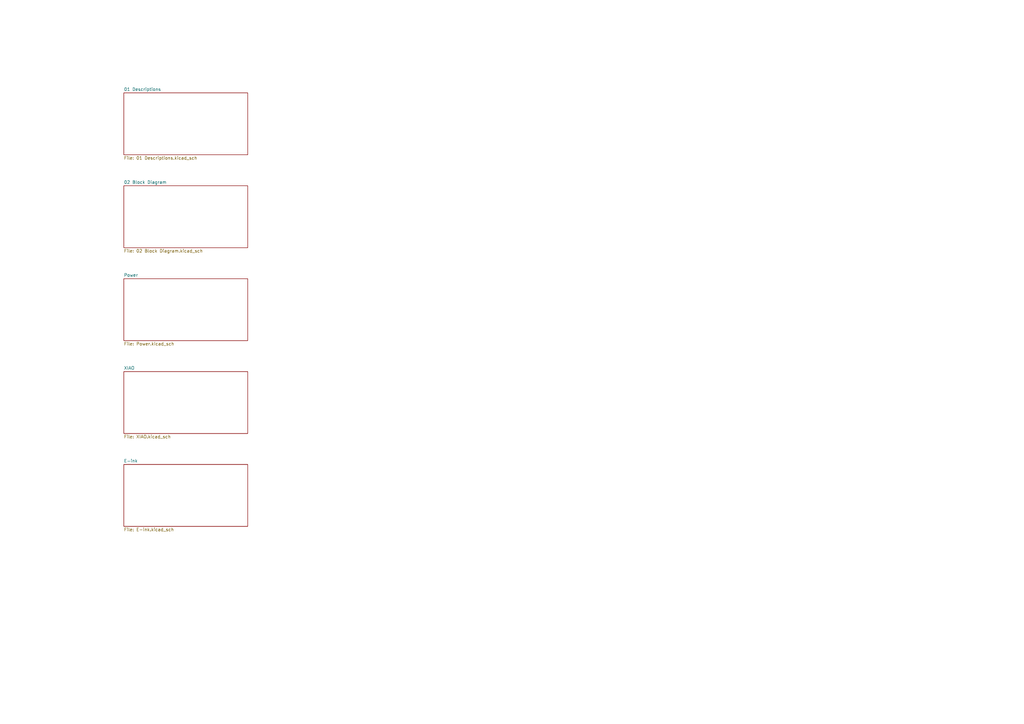
<source format=kicad_sch>
(kicad_sch
	(version 20250114)
	(generator "eeschema")
	(generator_version "9.0")
	(uuid "9bc97cbb-b02d-479b-989a-92495a26a53b")
	(paper "A3")
	(title_block
		(title "XIAO ePaper Dsiplay Board EE04")
		(date "2025-10-20")
		(rev "v1.2")
		(company "Seeed Studio")
	)
	(lib_symbols)
	(sheet
		(at 50.8 38.1)
		(size 50.8 25.4)
		(exclude_from_sim no)
		(in_bom yes)
		(on_board yes)
		(dnp no)
		(fields_autoplaced yes)
		(stroke
			(width 0.1524)
			(type solid)
		)
		(fill
			(color 0 0 0 0.0000)
		)
		(uuid "00684586-633f-42a1-8996-698b9bf747c9")
		(property "Sheetname" "01 Descriptions"
			(at 50.8 37.3884 0)
			(effects
				(font
					(size 1.27 1.27)
				)
				(justify left bottom)
			)
		)
		(property "Sheetfile" "01 Descriptions.kicad_sch"
			(at 50.8 64.0846 0)
			(effects
				(font
					(size 1.27 1.27)
				)
				(justify left top)
			)
		)
		(instances
			(project "XIAO ePaper Display Board EE04_V1.2"
				(path "/9bc97cbb-b02d-479b-989a-92495a26a53b"
					(page "2")
				)
			)
		)
	)
	(sheet
		(at 50.8 190.5)
		(size 50.8 25.4)
		(exclude_from_sim no)
		(in_bom yes)
		(on_board yes)
		(dnp no)
		(fields_autoplaced yes)
		(stroke
			(width 0.1524)
			(type solid)
		)
		(fill
			(color 0 0 0 0.0000)
		)
		(uuid "23d871b7-ad4d-43ee-8307-35ae91f86353")
		(property "Sheetname" "E-ink"
			(at 50.8 189.7884 0)
			(effects
				(font
					(size 1.27 1.27)
				)
				(justify left bottom)
			)
		)
		(property "Sheetfile" "E-ink.kicad_sch"
			(at 50.8 216.4846 0)
			(effects
				(font
					(size 1.27 1.27)
				)
				(justify left top)
			)
		)
		(instances
			(project "XIAO ePaper Display Board EE04_V1.2"
				(path "/9bc97cbb-b02d-479b-989a-92495a26a53b"
					(page "6")
				)
			)
		)
	)
	(sheet
		(at 50.8 114.3)
		(size 50.8 25.4)
		(exclude_from_sim no)
		(in_bom yes)
		(on_board yes)
		(dnp no)
		(fields_autoplaced yes)
		(stroke
			(width 0.1524)
			(type solid)
		)
		(fill
			(color 0 0 0 0.0000)
		)
		(uuid "2b8b5972-7bcd-4f3d-8903-6b059367d8b8")
		(property "Sheetname" "Power"
			(at 50.8 113.5884 0)
			(effects
				(font
					(size 1.27 1.27)
				)
				(justify left bottom)
			)
		)
		(property "Sheetfile" "Power.kicad_sch"
			(at 50.8 140.2846 0)
			(effects
				(font
					(size 1.27 1.27)
				)
				(justify left top)
			)
		)
		(instances
			(project "XIAO ePaper Display Board EE04_V1.2"
				(path "/9bc97cbb-b02d-479b-989a-92495a26a53b"
					(page "4")
				)
			)
		)
	)
	(sheet
		(at 50.8 152.4)
		(size 50.8 25.4)
		(exclude_from_sim no)
		(in_bom yes)
		(on_board yes)
		(dnp no)
		(fields_autoplaced yes)
		(stroke
			(width 0.1524)
			(type solid)
		)
		(fill
			(color 0 0 0 0.0000)
		)
		(uuid "7a17116a-a579-4b28-bfb6-ae5e544b5327")
		(property "Sheetname" "XIAO"
			(at 50.8 151.6884 0)
			(effects
				(font
					(size 1.27 1.27)
				)
				(justify left bottom)
			)
		)
		(property "Sheetfile" "XIAO.kicad_sch"
			(at 50.8 178.3846 0)
			(effects
				(font
					(size 1.27 1.27)
				)
				(justify left top)
			)
		)
		(instances
			(project "XIAO ePaper Display Board EE04_V1.2"
				(path "/9bc97cbb-b02d-479b-989a-92495a26a53b"
					(page "5")
				)
			)
		)
	)
	(sheet
		(at 50.8 76.2)
		(size 50.8 25.4)
		(exclude_from_sim no)
		(in_bom yes)
		(on_board yes)
		(dnp no)
		(fields_autoplaced yes)
		(stroke
			(width 0.1524)
			(type solid)
		)
		(fill
			(color 0 0 0 0.0000)
		)
		(uuid "926a5da1-ea60-47b3-b849-09c22dda9a1e")
		(property "Sheetname" "02 Block Diagram"
			(at 50.8 75.4884 0)
			(effects
				(font
					(size 1.27 1.27)
				)
				(justify left bottom)
			)
		)
		(property "Sheetfile" "02 Block Diagram.kicad_sch"
			(at 50.8 102.1846 0)
			(effects
				(font
					(size 1.27 1.27)
				)
				(justify left top)
			)
		)
		(instances
			(project "XIAO ePaper Display Board EE04_V1.2"
				(path "/9bc97cbb-b02d-479b-989a-92495a26a53b"
					(page "3")
				)
			)
		)
	)
	(sheet_instances
		(path "/"
			(page "1")
		)
	)
	(embedded_fonts no)
	(embedded_files
		(file
			(name "Seeed_SCH_Open_Source.kicad_wks")
			(type worksheet)
			(data |KLUv/aAIFQEAvaQFDkwOFyscwCqUD2TS/f8Roaqqej1wz8cqslUAAAAUVQAoFTsrAyv5KtI004TE
				nN7H57pVCNpxv8nQ6SplH1uJr/Rs7oeP5Nzp5/cssMxOmWvxb59f9GEUGmga8P2bZefnO3oexTfc
				534RoMZJhIFi/oEwwLFadWsgqJ5iJkjeaN01DMlEmQjmU+3lX41nmw/gmp/WDI/zzCVTXoxMhtEo
				qgQCF3zmgSQ9A/ZLwkp4wfwMVfgSjfUrHkdJ9pz+Un7YZ327CTU84+anGebr5aNSk2wu0s/w7CKq
				fQUCJB2B+9z89tINaUZxfDquziR/p8WMVhi4LdbpB1Rn+UrhRv+rXYvu6ZlXWvBD+mfcY6Avkc5C
				dPT+80CyHpgQ1CJTUH/JyPRroDNz8YjJv+Wl8Bb5NOImi8bDPmz+tmRlKquseynuCEyhTeE8/y6x
				ep4tEW6WOxmwVUyQuXHUAoHSA1+/KVYQ4PH5RmSz9jMmrAl+egpR+1ztT/72E+xtJyW5ovtz/Fd4
				uNkg+u1AQuzJ6SN6MXgBWrlFszRDwBXYTQX9pOzYCTE2sMxrQviF2sMnfJDe1+MrDq1ovTC/OzCB
				/BsxD7xwcMya7C8630iMTZjKVL71ohzdYC2mV+M/89x0XXw74emYbK8+++2I5vS78m81OLn4UeKx
				x7z4oi2Vq0/0kuutg7PhqnAsu8I/M2Yaz85Xq0VIWqnpQJDfA3wacfh2uzM+0QG3a2uKUPdXekY8
				JQo+c+IsgWXk+ifAWDwdUAl0VptaOLYMvhbLn0FUqC3KX0QdgNm7ffnaF9ToJoLrYmQFR3xOpgXk
				D5zZwmW0UwYtzoUKX1bgFqulgV3gcdxdaXT7wuDcH7mmvUT53WhZdmY0k5x8r7XwX2rqDeau/BER
				+VZ7ueYLzEi4aKXTobpSUi9X7SBFYflj0imBrr9anbgEKeZhSuqT/ohk75VnLqApIRwI9KszW+jj
				mRCdycq/tGIRsAIjAvqXZ/CqpMPIHugDP52hwW/asERclk4WVoziA9rQ74sbLhd83pst9V5d4uzY
				ub8u83LaSWGXOUvN6E2DNzMrnKXh+d85+J9UN6ikXultszSmC7rWkVxag0U01f25Pv7RBtR9aipE
				DidzIlAwWOLR7tUxIjLD+z7y59dNHqlyc4bOk/gPGTFUXPJ92XlyYiIsbU908A/6ke2MUkApAnvM
				TFdvXyCuEskqrZz4DCsYX6rj7zxTE8g9KkxtgVo0vzgWxGZlIdx/9wGedDUkG0UHuyzUZBUj2z+f
				U5vRO2eHDJC9PtiSKVVsbjTx6qBBi5V7rSIlnkslrsmKH6KIb+sltSYnmBbyVQSnLy5eom37nQaM
				QqdGgERMMkURSts/kxPiL8U02xMyIUIelSGxTHgz2KERlUUiCg13AzOG620KT+F2JiBzil3N2AOZ
				XYt9y4b/nVfjnRgFWTaP4iNjpe4miJ5RVS+v2blkv6lXXHy6pCntA8Rl1tyCujUCnN6beUxB+6VZ
				BsX24nAdLrEcBOch4gbVT6tuCiK552m2dfrR6JueOOk6pqxX+q9FaHatPcO4AHFob+W3rLeD2hke
				vpSWeC/GxFoE6n3hIzbMSfLrcEIOrWTTwTnM9CcQX1+xsmSmueeiMpmMwZ+pE8p0hLMcNk6u5uaf
				Xs5NshLVT3V3ypNq7QkXB5LK4dk2cau/K13K7TVojz20EWKFarViajxXB0zIyV29uhxbZXG8gsti
				Y7l1zGxOJ+doWB/yvj6om0DoMTARewG3x5wmnEDMGvNu4o8AfxAt+ZI4l0qLa3qU21k2N89WMu6c
				2xXY5PBSxjaGL8dSriMrO79cG6LuLS8vJqf6PetTl1Xbc3DRiq814MAZ5WTaHvCQdLIjtcGlWkD1
				Mi2I4u+UgCMwAvmwIVPEPUqD214m7SJ+plaFpRV5XzUVA0xu9ved7Hk87g/TSuPW25E1J9azQh2n
				KXR9TPE180Uincro6HBEzTZupQBV+aUCtEwSCE4mcc/RwZ79VhWAw7SrYCCZYwxJkuIzt2sikns6
				b/y2zbW0H4d47SszumwtdYzlQCQfOtnJQBUNcH2PRRilP9Mv0MyD5UOwCMZY7gkJ6hT4OgQZiKCH
				jW3B10q0RjXWn3/SH2Ery268rnvcmnYVmUUlkonSD8438+eq9XcYey5pfaai2T7bx5CPBte8+I2e
				6N7uEksVew26cvyCNzFUBMGMg06f/gP1ncYWpKHgTW6VIWh0UukLLgU14a5qQj2yKA5rDZoVz8aO
				TbZeZ4H7Q9NTgKIR5B/jPxlalHezq1hXsBYLlgnulLdhR0zdenYI4lYRzSptJ0LbqKZ3CV5wxn7h
				wNM4PJDlwFuDwS1pizQXnxmvaF/IVCtJtEDysnPHCKpMCsCl/qXTP7aeGRf1yNqrl1pGy+5ThemZ
				X9qMb+RCAI89mmDWJFy9pTpvRbtCxNQKkdprB2VFLaAaticSvghJznHgjYQma8SwTV7i8q+ZoCcK
				LGKmsG4FOpkJGNK6atTDRC7vlMNpb6P+wuYYq/4QjZ0VbOeHXUZzlfwroapVIfzdkltsSaOxQ/MM
				77AKAm5Lz0GBmizoF/RaFrBel/mrQAAT/rIzJiPTHTRsQUJoD6UiTNKF8NqdlTVLeh+kOOZ5/TRc
				HkGj/OQwpgmdsXrxPMSWtT37zPkhqt6zgjnL2Z9obVMOgCdB2m8Avul7hbghEIuTPAbkxvjl1b3Z
				dwCxCd4XrlOh4lBBWhfTFHlOyvb7OMadSm3Qidjm3EbmIe4xjFW0ZNAKibHtdxCcXPHBIzP2Z1Em
				EI5ASKgIrWA68xnmsxi634Mw/6C2AKNhEsPEFk9CrCA+iXj0fYTiObnoWhdz2nAWJatIZcBoXcht
				Bh/BvAK3Sr1v6f0IPI7ge1hRdb1M16uFXHwxsuExiwSlfsmKjsevDniA2AXD55CkL8+q4rlUc+7g
				a6sFiqVU6UY6buFj48D8wH0zfgXUswhDHg/vJXAGweTMcJxVaZB0TLfgANH5JpZKlDEm5fzROyHv
				/cJkieMcTSYv0oJgf91yuEJ/OuHy2HY92k3EqvibwnNLyCyCsUbsVf2yqORjEBgLPgo1WjV9EkBL
				1iEbPZlivTwIlWn0oAm0ODiSLRM1j+wBfC1Ih2cxZAlk6r09cM7c9ursayCBGTGC9F/YU0xG01No
				NMtxlvzDMz2bW0K3qS1Z5wxQLDHfh0e/81H909RIlTW+XRMmKNOy1S0PSgpf2vu81ehQAT8Co4/D
				lMqmisLllGxtkCApo2Q9v6YN5oLs/8VcZH7wVxfJGtF3MSXFv2sXajA7ln36lb3EK12WiyuOYc/d
				ON7bo28CDvIJ0omKjiY4Y/OdI00JTBL2py0VwWXmiQOveZyAOFVhC40tWOCdoPzN3lYcTWzIlxIx
				2j4GAcVZUSB+0m9VWheWgls3302CEqXAmAApvlO9OK9dWj/raEdFlTpbFrJGFxRMX9P4oSq9DT9U
				3YRoHRVzn4FG8sDy44Vds4Hzxz+2h4MyXcUwDp0WRWXp4R+mUVa3BBZezqClC+03Vs+c+ByCn5lD
				eg97THwODGdJ9ZyG/ZSpVbgwJ+Mb+A0ZvVtkGUX5p/YDmbhf2GGBI9odpXEDmmG/yIQzvM2BMA2r
				8e8qD0C49tNmNiUUkaB4IKrqC3FlCotHQJpBz0xCqhwmqsvFzwcs+qI7/E9e97KU8HSY7mcdhKvz
				gwl4xT7D8LJLr6dfu4L2hsDBweETkiR+m/ZLSPZnEAShLiZbmaEVE6gso5TDFr6wY+qzPOpCLYdy
				Fnbv9LK84AP/BRqAuTNxvPCqjxl5YhfJUdM2TbOo1463gS/CmJoHwkxxUOqgHbZna7BPR4W/bNW7
				lYT8fl/+ivQFh7mL410qUZxsTtD/6820bCKlFcqOwVviGGTIHoWsQ+JCZzqbnSWs98rgWmYPGf+X
				ZluJOSEWEKVm78Nig0YSmjVOd624eHIa1oia2z2tRynLCD1StMh4TIlmqoCav+90OBH5LI8OJq8i
				VyBqlw1tWhdIQn5jyRP6/WUNUuko4nrI4mwoDOzmvNw3xoTUU8wyZMYCBRZzJ/Pvna/AsxY7ab63
				WVHgNhJVnXXRssN5gOREiOsJZzfJo/9BHaBKX1/Fd6waJF1u2MNYh4+VZ/cZ1abR6Nz8gQXZX6Vq
				QkRYd/BZgnba33+ll4yYYnhYVb/wZ36VIPw94cTk55fqlD5uNSKkfMuqO1D2UgK+NUSwHVD9dtkz
				g3BeEPZJ4k6Qv8D7A1V5b/3p06/S3phEwXJmFPXvIA/apUyPMMChec/Qoe6F+/X54lSoYUCpQNeb
				RiOwGu4LXuRmxoFTRqAd5Ga4rsBZKn/quze0wEkaUDNzDCzTmcbPjEg/rHGtwRCpZz6j8X8fdXIM
				TpNpgY4c9T+K6RI2sI+Z1xGLvV+gcdoFtQw2WV87tmW1w7M+5lMNtXwSY846KWv8zlLmC6OAhnXb
				ELyCN2t1QTrilYEgKMw2RzFXFnw8Pdq7lSRWqYGnUBIl04Pc2g9vYb83Kp+cvBnclwf7+/yang/x
				oNt22AUp8aIHw5Qt5aGoWwvWYU4rFqHajgxB4OOXp7xS6RMjCebUG721WszocJG6CIzC6L92r/pi
				TObCIQKHvULNjsQ6mCNV1UumjZRSxCM03OAfY0xqmVhGefbAaI94WLltpP4UthZXKkhuZNoh2P+2
				/4dRXHmQK+Cybs9HjXNUGx1eniWsJ0h9X5fX7xgc0ZTHmcK0IRvYISfOLP9DYB3aM6XBfhV+LO7f
				SywTQCQuiPETnozv4wVKdYGDgGqFnS2bGoNA/J0a7oEtHXGbgV4zLQVWwuKWtv8ZAWNKgTW4s1YE
				LACPuqSEYI6Ci5O6q2HXuB02k6iKQsQ4r0dduXJKAW88gsUtG4vXXG2t0k0IFl4YJB4TKJPeexSb
				xwp8l7eEQKkSmo2eLPyU1xA6O4/r976MxsgfGSqaP3GNPdJtinEUmWEvmauCDexQOVx4o8gOc5o3
				vJ0hyvFuThOJEz2kXmgpIOYRJb8499b7TFkJRP88YYbMNgN1MC2x93WM+65op4MwNLvxyf3YbGBt
				j8tRBwIqMGdCxBnkEQprXRFgbpfbdCwCUUa7RheOXfaZe0holiCCGJi3JjqaQ45jZAfpXGTSSBtB
				HG04q6i6/TZCct+jv4Tdhl3xZ1J2CqSKDH2NID6Y1pLyr/IOZLkpcZsnrrl/uRRvRMzjJVsbG2wM
				IjfPnbwJNb5r7RgEgY1nYrRJfTkE9xcZLXAE7i6YUfgtyZaU+OQC6fURkXNsYldGM/5KyeGXR81U
				H7dy0OZQlrfpLBC2xKMn7g4Dp7EJSeD/5G4w1SLQthAohvgmSTfQP9y0xuOjT38juX4Alen/DdUl
				aXzYzRMmsU/uC9M9SJziprRcvWbGa2EfzQOWE7o7Og8aGpmA6dRA6ZZxmM6pkEFgZb+reneMYW1d
				ssEYfgdHLUyzj4WkpZx2nod+BrOxpAvsXxn+HZbkqVzsc3/j+EacZZOdhvnKYCsiaO159dz9OwiZ
				zNPTRmrJN61JIHBVlKbqFzDpFNYKiQT3SbHEpuB23Q2ewRuSHlfA4p3ufv+itthKzTOhAuT3Sqz1
				1E333YuxZTzz2/M8f/ruVn2Uj+2CGP+WryQzmi+dNGyqt/R9bKILpLvw001bpkUul+X3gA/30NKt
				HqF55CVoTQkgdCyWFm3oFNWZqINMDwEG0CtIC9Rymq4ysONXs7v4I12NKAQpZwnPy1Czv7cOZHDR
				ok5vgavLRpSHhBgp1/jKpVONBCIltgMclj7Eb9GIom1seZEDg0UZW+r2Z73f7zh9E7xCbjUJ3Wip
				4AonTvLKB4KYC7PtOkMt3Z6i6FCgJlTgboW2tHNpCY4e65waKJU+qNKFFSgCyeN7nR7eEW75gY/5
				sX3rnsddgqezArRBYZAqzTGgGB5cBKjD+46Jk3e8RR1sQmRzWXxbHLjzA9PHOly5J5GiM3fyU3yv
				HMjaK0OKN5dhoy168aOc1Fr0O7GRKGv0yDL8wTrPxFygtaSMnO7GDIoc5YC3JN4FRHYcCRpcPm59
				/oIO8AWMwiQ7nasF/nznFMdvcKmvxCRpjYJ7Qv0LIxU02U4kMhUrb0w7b9azlP6x8hjP9VUgl9U0
				+j+nIQ2pGEuUWBDG4DffMMzVXwK/Ies3TY8eNKvNbjckqmcdOTfVFI+bjVXsnllTpUH8AqftyXaT
				H1b2eGdigT6wljkrRSBiRxGg93VBkHiWTp+eyvFJRJiRFOJYdjaN3QpHEDQ/ZszhbSSsHLVBc8DO
				jjYc33spY4VjccOwi91GMbTSMDba8+s96+qvyprSlOIPD3Y4i0XYVt3Q0vhQS5CLk+4hJXyIyIV1
				Q98zvSDiwQn/L/f5NATZY3+be94QeO9DQO3ut6MM7aaCbpweKM5bvukXSNFBdyloiBL6hVllCk3x
				QHWXkiqlMZTAEZlU0O/Vk0Vt+yfxXCwiVwfBZ6stroxOd3I+6ixQAl9ZDFpGY7KjT2wGgx87tkXa
				CZ3z1/CYY/5WhgTflIqOGsxP0mRglA0FZPBZIWKGluF+YQzIeuBO5XIy/ebVpD2q3V4gita845Db
				mckPCJdbq1ZH/4/HPsNGk+79a2IgsRPchQyBdmDr3eHw5rR+ok40jmEdOW5tSXzjZPW6Dq5LJid1
				Lh5+ijqEsZ42fvGP1AMnPm69tj/RCN6H1kKWD72Mk1znblJ+PhRHMhYto6QDdS64KCeTqlgQp+qp
				hHE6Kwh5sGrDWZi2PXLxWtK15nXWclvvpUXk3YvYv+gxg2xOfK1Qp0xslKMljSSMmvQy6a/0GrO/
				vCE1R1SB238EhAgUE8ZbZhHIPFHmdLkzycjrWbusawzkb7Hha3On4tmmFzHTuGIEUmTIzQCZZMtl
				W2rgU3dsy3z4g88RKW7RT+DPGtuzECZoeLYv4PjMRhIbzvY66fGKrUkST3trsXC13dsS8yTn80K+
				GKR0wya3Tvsa+52u3mwqU+oCikH0nskTK/ppYhcMV8XiLeQvgO9eIOXWtkeKiYFfepcTi918bCYi
				FBpWS8Xzh+wE/kS8pBnReHg76CnQg64NSgRN6ndieEY2vrsC45Vz9scta5R1erqrYppy9/UdtgK9
				fkPguu7zfAnza1FbxAh+Spr8PrXeCnLlBo/Gm+PhfOnZJXAU/7ycI/WYgr4dNa4ihRQpKNM5EueE
				zP+FkHqXwDEasBE4IHhxUsbxpvS+8CXpvvBs80AgaA/PG+uhz7lD0zAqkPw14C6FatEgtQu7uC59
				H3IBHWoNUuAdqMiQghEC+g/Y6mADYx8liNFn0fn2Sh3GUBb65wySs2M3iarLGRyCYVXu7VDiIz8/
				S1XqcPl+pZIH4oujXJp47OAEZDyZqL7YWTUwEEUgpYAus/FtwlZwqgOJbxZGK1Ct86HoSVauDykY
				gW8Yq1ESyqIb/Ng3Ih8PPcX+R6vy2iQ+SHdq9VngF66gZyKtIgfMJblhCIUQ8Q2noQFtuTi2vuWy
				mm51vaB/itoEdVa9joMnOdb0y9mfJZLNbmar/Qp4h5XFhgGeITMmw1B+nSl5rIqWRWsQ5dREOVMs
				DvITh1VP8URKOsni8l8OgdBg1GyO0ShwAk0kmnEnmdpEISzZG7xIZzxxBjm0VrRA683CodP4r/3G
				ei4oyBU5nZC0Buq8sqorg0nHePRfWsmseCOKNr5f+OqifxHazmlE4Nkx7LzSKdaotWIld3unDcxo
				A3F/HzFtk/L0RbESYfe4YDjakvcGJF3aY2fch/iT4/Y0SVeRJVBoPjj7Efsu1xnw8NjhdmSMmKa7
				vjjqmkCxxt0QRi45hYPpsLf7NRSNLX6lDhesutRTWSgb0UmKmNolWzfSTpzTwKzn0BdtCPoeuJte
				Ud2bRJd3KePOOdIJwI/tqWqHkqWJswxzlK2hOS8gbxB4qeXjvakQMWGzGDfyfWLn6NrDaNijOP3G
				W+IlZ4aPC2KCzrSnq0MVTf/74Ka2hWjCI8fZ15jnaFajiA36rBCY8NyRxQj2EWUW8HJv8w9fCQ+d
				2lwJtxBdcS/4UZ+OcXu+zbIqH7UGlxDhJ4qyzNvVxdzMXwJ2DVz4kf0iz25ksH40p5y8Er0dk32f
				IA3/83+Ia0Rv7CILz6fOMXDbo09dlMOBoTM+yBvUPVAzl51eUytN/ialeVdcvZWDW+5/tt07jJSB
				yYusVYMEd+l1yKokTiWGwChcyoCLfaILwxr3/58BRRSbAwsC95/OFnydf+RHOk23fdtcBb8xZ6Ma
				BjWnT5GjJbmPoaThWnvI+EskMRYMeDnQoRLfpWWNy+EqYhCB5KSOS/dlop5fJiPVvkVvgk2QhmAf
				srbt0l6eJtvu1zLbg6xBWClzb64gjE3KqpiEnXfagWhwyyL5a64XDvgxajhX4a0VPRL4b1wcHPB9
				jZyUYhYUA498uhmtJyTcCaXni5YKMwiN5PPPzSubY6udkxS3rRzlUDBW6QljRu5t5/8Bwz2hX28Z
				oe9ZxIaQMsT5wCPWYSuBhqB1yNulzipSpjgd4Blr/Pv3hCya4jJpk4jloogQU72X8ZdGUdm/1yZd
				qFZ9AG3hXF1U35fRoTIH+/ty5mWbsZsupu8qKoTcCBivcVKBKWxQjRDLxzoWRt8tLTaDGcCcYazi
				VlHm53bfABvXnLMupd9UMbllRgr5woVgRHZwEGCGJDvhkCqKYcUdwfgfV9vlnL0tkewxPZ5X+7c4
				1DxWivvWTV8tN27KhG8Ce3Oi37P7gUlKjD7v5b1e2QISOSHdw50Lo3vrrHG3XIqBFBncaPEVoeub
				VlPay7jWYuwlMMtUZnqH4NiuMX3unbJzpldPlDanrPwPvcuRWlJWNM5Sy8iXExaJ84yE9X+n/Ys8
				CfowenVstjmb7mbHXp+fR7fIzpwE/0SsWTa6y5p7aumFWWb1PRG8blGh6vDla0LT1X00QWn+UU/a
				/f8DaBFOwqMsRKMwcokJoEtddKdHrtPtRzE18xiSXSf36FoHnMBCOCq6UV63vblQNG1ALBrDiRSF
				iFzJzfvdMhsLYrHvlCkFSh50fv+H2tJsjJ2E+r8Op5qz2RgrkUrmOYVaav04sHkd0hIBtyqmmt6l
				Qsewa2HwOg2pyU/DoMspOHDuHeTK4fugh6mKPcDWg2U7lOxdAfGRKjIxNnXp1VVFPUvx5SbIS3Y9
				wwNkFHeotx+z1o+2Z0lQfm97yJocJvOeMZ71Uuu6K/3sxo6VHOKNkEgTcqIp7BvdH+1QEOJlaijQ
				O4PkdtS7uB8VUJfkw7dTKEe35Mc3mf4NIQkedImhjOHMJynRq576vke7gI/XIwdYEZA7Cyw6I+PJ
				hrcE6S2Cte1eTsZX3OGipCs1siNzc9+dSL3JlmMoFhLMI4XbdrDtYtWs1Gvfi9X/gRL2UFQhMHCV
				9kz7LKuCQVx5wdLhfM8ojM9KBR/M6MRqYDS4+pDkIJH/juBmXqBZIRE2PUYNJHV+deRTmn6G2Bpm
				z9zWwJ+B/ztyvmvsqsKVUTvN7Oh5cInjtd8GBD02mAj2RjI+WKjOD9watfULMKJ+2Yr3KTa6Byl/
				KhtikniAWH2IEiJMCRjaRTc41vc++/Zqx8lhq7Loyq6MDF17br60j0lmvIRf9cCY7D0PsXRkdIwg
				W8OaNZ5DAyM+0HY3nXQQPJTvEmYaV/B6LhLBZYTfJT2Hoxx8S4cF/f+NYQr480GaRARwAdlx7/mc
				ljh2CMDiiES5mEko5BGMv9aJM5XvtxkKWisBCcQm0JmrRtY9q2tNBpdu8qcNMUJ70NXe2w0wBTQv
				JiVfHOWWdzGb6BQ3MzwWWAhQe6nTRWqUPw6zyZAoiFbJgT7Kb0zS3yPkkT2d5DSQRZQYOdYdgOd1
				dp7FT4V/V31YpO9Ik8YdYkVMFUxnuqcKTZ2b7eVFzANQiuV5mKPUVvxMQeGfo2WtZEMKzTruqBNR
				vdgxsJWytE8WQej31mMBUDs71k+l5r46IirjCBvL5YnALkqzLeVcRlopzSBsrsVi6llvJDkKvDZ8
				r9sDSO339lDCXGiM4hgZmHX5HI0I9rSdfgCi7X5HboutQ+ar6ao3SOpcwgBEgVtSLxVXGmOpnIvA
				iTEZkt30Jgl8yWwUToXRvVH34ce1lJNrpZntJNPE9E83wOVtKO3klumQLDPimXaY2+sqHb5jHdhC
				8xOhvLqTP4iDFbnK66bVWNincpJzbVlSt2nrNxyXuAs7J5kqGRMxypaba1mjOkYgunxyvS20yrmL
				Re0cmJRkXefY2LGJDMyBuW8wrPVe6q6FyulgRqoCPCwuZtub51P/aXTLv/b40FrP88xm2cWtrdSi
				G1Ixgb0t257oH/NFOd4BZWto9OO1D2tTYmkBlM/gihOMFrY49MghSu1bmN5FQ2SGex+8lext5d8L
				xK5PHRnwL9BOcun5GrLbx5SKIp7gZ3rYKEt2PQFnuhYpKcqNfx8w/3CS82GOHwUvpuPfkFubbKWY
				C+tlPuc32SMlHhp/ExRfAlpg59IhIEzUQJHQpKy8IsbX56kjIY3cWFdadj9OyNpPqmX50Pu3QbHN
				RgODYbKFPMgXHaPNWNiDzrzYpOqwVizGmqsKSENYCMeoPhfUAGfSwZqicCWCOYqgF1METaZic0y1
				OqGX7mwrO2NYF1bjbihOUYQZZSI8H6hAOm7pHDvEJJmz3kGfYt/R5d4Ev5/YdccO9XbRJB9Hf5+P
				cAv3id5tCSzp6q/nK+3bKozEei+mhdGDLRPjitYDpTRYRzzxIZ34NJRyzo0/4fITtfnLMF3p4CRa
				xjGKSthTrD9dbIIEUhdLt2W8MfW0BTTQ/oipJ7hnX+po2Fkv0jarQE5pGW9/eI8ZWA6X92mlCdGa
				knvNXq7+vMQqGU0fLmqrldNeSxvvjzOlUre6ENy7UlbTKvR7XNqIv2cIv+K9frObBnaC2qohoSBU
				4NEZ775WjRcB9nXIUoFfPp9yM0Aqees9K6+plrpA93kBBw9rjYTNtyaz88rqhjR1JOqEp/pL/19L
				QYqpeHCZ9ljAAG+Q+/h6yXK3X37PNNnDw9JmwktjN7yKAXIhVaX/8tpJPu1zcFWYRPDYFLjhT9L2
				UXq2d/fUsfZobOn72bW6swus3GXg9i/Vu3a2MZ/+rFc2wFBHZFDKaHpxQzCdV9C+a41AGzZF5zR2
				FN9xevl8I78JvuGVmJiDg4zMnJCPwNHEI880anDTdh8k8q8xEhrWcN4+M026RznGA1FKHEzco/1Y
				v28dyScMAqDrY9IakDjxlgjZw+sKWaxH9aMxjdSmtDzbJz/lPR461UuRI/zu+/xUe01QXdw061Vt
				V8+U8UtNSstcWJlfOZFA0C0BmNGzQCZMArIrm9AQ9sac54ciF6lGx8X0gW9o9FkqAZlIWbjiT3vH
				OVjcq6mxRbV+Uuykn+ffoU8zSKGU5pQ3jIKCJZPnLURt5/5zqj1OhXyhCYmYeIwy8BFCO2XOCBZM
				vxj14vwUHhIIZUrY7qIbu74wDqmOa1P8/DKfVanoCEwNupxc0CAIj8X8b3b+GB95c88YbeJV2v4x
				x6QVAgHWz6Y/UI9yki1+ngiPRec9HhCEIYDvx7wPIYn4AjNL/V5X9jeAjEe90T2H2Ocq17gJqDkF
				CJ7ZtZCVujhgA6l+SDFMv982Nqgxkn9i+okaWNYwR1cYogCbWMFy0dY9/7i8x3qmmDuFM7KJmdyf
				iEVEhZyNb1iyHO6A67+tkefMH6Nt0XBInGcuvFyx+ByzxccX8IVw10Za6UQsX8hAMRVWssFGdHTp
				ZNRW/jBZEEmS+iFxz8j8JzERSwF782FTpwPBZ3ic0LPUOon9DGF/91j5OoOzXJkh1fbZkLwosyE5
				YKri4Y9f6x9E8WDFpOiXnw6mWNByBSH/b+lF6kwG/2tdSWcNT4BNwUi1nC58Gsi3UdzbYqTbOs9h
				4vss0ZtwNYo+tK7BA4xUYsyuz7RO372d4s1LdOjLexKIQKtbJxgEqCebPhTRkL+U8nfgeUZNDz6q
				Rwf5nn7JZhcc7FzACGTpRLJyrBK7IHOwEVySRs/0fqqGI4Xa9CYntlGR4XKUL6MYZDqmYQAOnY7v
				okDHO9wQRPeo90Ns5lV5PuZs7tydsglEBTz3GjqzK4o5jNEim9k4Ge/t+5BFj/rF8zJtr/pqpn34
				m0DFjfHQvcD1KHXtP+oD+15UNFfSoJQy0oQ9aU7VZ0Hb3lcQTfzBnO6VXVM6mJD0P5JejTQiMbkj
				xQLCbnwzoH6UetyJde3bur4Ege5YqMykB6PDArIMNmd7+TMDmKFMbcmXZBP/Ecu3Oqjm5svKmJGb
				WomrsDvm//mQi6A5vLMCSxhIWIx3ooEgY5z76uUhwsBEvOOrHIiheGgD8524qLX9Yr3b8eKccHZm
				xusev21tjAcN+pnot0UqCal3EMoyb3KPJmOGKq0akoIEopdEGeJe7ts4v7O4NFQxwEBWDKDbmhvM
				5EN/JQY57bkhi6K3pR8o3/io+KIsLmlRDgPeaEYpYV5ZTJfvZ4qV6yQRcx6pi0mwGGAqm0juLdq8
				ynUv7XI3Oa4i4W8qg7t0YT4kFsrb6KbGtl+At0f37zfW+m0FDclUExUGIdinJHOmXO7IFy9B/2Fb
				df5OwcGjhYw8dAXfcuWoMTMRFivrvAyFdrw6Ge8YoUbs8NTLBIvjzohoBJKZu8roHBBp05zjeZtj
				c2DxqkKGwjLatcoOuYng6AK+ImplEjJJlGBqfOKQT03QBE5t53e26hWNDXWJhI8D7ff8yr2hhsTg
				a8auPUPX+CNFOrkNHlVS+4xPEOuTw49E1alNE7SZut0SOQXqvR2Ne5y5gI8fXYt+34fCJFlxfVkR
				kexkjLWb4jD45GSPOfymfRR14vr4XoktiOWV+5APupYMRoLEGH9S7hxd90lAz2ekXEMsc98g1r42
				Iyij6+qwkrvxZ0lguCVAAQmTu0AGFrVu5JsxmaE3bIqqXUz1qjblmbOIiQg5PjwVOV/Tdii1WOvp
				CSsmJAZNBfjL8STzinwq+YnVxWOLxoSXshoB0wsN2VLSWdZjKo0e71MY1znIy28lmoUUebWAhntR
				oK6cylkqyfnskxI/mfLoE6d9W+/qIG6r5omfpleiOorsb/3Tpoe4GTUFIqvqlGB3fSU8pmwr1r3f
				Es2UV8AMqQ+Q7+DWtpylP6CoJUP0gVYR0wIXorPbWhp9yy2VTJfyNQw9sB658A2LZ0ibZvhOKZhH
				r9xKDqnGczQCVVIk6Z1eJ+U3BrmqNzoab799xt0tjtfVK93YYzXzrnXpWtT+jiRSQt/bYEM64Od1
				nzapbce9zPNRr/p6eTQlaOsxnuDuVK2Rm4iU21aUV39J2Dizz5FQW/VI9lFT63CBoHHyZqG2gyZH
				GahC2uitrop+1cr1K18mJ3bS5bCXbZyvLBep0C2wDJjSCqgGVC7ULF/t2juIWqx64qZzA40SBpdl
				bJYjSy3eUAH/wUCx6c4p8SukipwR847Hc3mWl2PvgwK/VxI6rw9lJDS04+0ZYjOZg3ZURSYm4i9b
				bz3sYVkV8g3SpVUGO4a6MYzK9Ds0xJeWnCXnfgiDgDZlE1VO80iR8fhHpR4jbQoR1ySX5x2tONaa
				t4p2pEh98jMK0yucbs5UZjw2C54u7o5sTFaRnYOfuRNdbfWwgfggcVPY7xJeFTWr2/d6WcTb9CKf
				MDcg5QX/8epfEeJf4Gt2TOrfd+U+TxvhtcLCcLj12dS3aI1Oyfl0liq7sBIDAjKSTz3gw0zOgFpm
				ZUe9BQqHwUmHoMBrwHLLixBwpzwQ0dvcwYxZNGj3tflHrUmZU+KpHZg0G6x8TARcf5UT2g8L+mQD
				HMgNYmrpuVLwsJYt05mGfNR4XdvxVi5lUy08t27CGSt7xuI/TE3EYznWPAxbhcCyS0+BGRvI3uXZ
				tsK7dtGAtNE1EYp8Mp84Uo/+nQRnSugvf+SOpq/6afJCAbTnbdW8rdNRd3lKbVU9FV4f+3D4B8+A
				CqI9UXNwYvf84AZaesfIx0zvNP6r+jfHrER971xi76xhgx6ZRSHXEyKRgZkUM7eIBh76B4N/3Ilm
				A3QgqQ0i5PkG/RKrbEh40rKI0Pjj1/qBc2wzoIp5wdIkKkf0GXdXIAzEXyXfGWZRpoH9C4L4CBIu
				jEBzh7mmZDaLBv5bayhFnuU0FfF//ul0NLQRAAC/LH283Lyx27BV2zxVJ36PRjmqPFcbVDaP/vht
				GLnhpzV1O10D722O+BJgAGd+qkRxLImhHIUChgGs8pniBVEMYCEWBSj2OecvOigFwRzKoIAFKZRk
				QQawALp98bVICoYZnoVBFIAcBKhFWbY9CgU2HBhF1LcshgKOrNEirJJeKX3lM38HgIBiAIWigIGI
				MLAC5fwFC6Ig1HcA+bq6XwGEBxRArQgwgPyc75odwL3aJ+dFXMOt//upco0O4CgqMfL21VsWAgzg
				IhRwDIAZCG2rPi8SGwA1T3U5wACIApABDATBKCAZgLI8IAIbqAFR+H2VAwwwgAWs+Qnd9+3fa06v
				6QB89s1xHSYav0AGMKAoOhDGAQCQ0zVLDAApBoDXNgEIAgwg79cczZHBQIoBDIjf3yn9DiA/V3sd
				wHCv9F2nuTyAYQADAeK0ltEBrHL+5gNY3Vyv73MABBhATq/zXKfDgCSDAooBqPRaHMqigKMYwEAQ
				A8jvM8cJQIABrPNJ5+l6z3We16hd52773gMxAPpt73NuQM6uMgIQQgHDANxcffmVfmUEIAogBrD+
				L573a34AANh6vuKDAhgCNIAAr7o2QLYJMIC7zs97pdcWAQtBEEYxFAOg6xe/1/0AAAiAAPCYb4B6
				pm98gLhtntj0+1j903eVnVVcVrqaUvnIMVfOslMgqnQgUBIR8lTM+s2Sj1lzGGDOy4n64lt2cSGJ
				U89xVlooEgZwcYxjy6Y+RGYvOfJW14i71CPAEiGoeMFZJBA7g2ZEHQzxlvP74VNgs1bBcdnrD7+s
				UhpAVAq0ygJGuRnmg8PwZs7BYEt6BDGhEfrWE7tsPQvKmml4E2bGMDagZExu/Vk1rKgaKE6sDGZN
				5HO0MpC985JV6qfXZb6dtwq9T2mWnkuL2lZhUBfTxjnYrC4uWx+94a73p5TUiTN9nI0fnZjRdLlM
				SzO7lGGBwP5+o1tLZfVECLgmPp9K/s/pzPgubWTngeoUz/1h4SA2eF0q2U3+rIeSXhQ3XrHR35fX
				Hz6B8PgJ56sdcZo1rNXo3cjrngiG52tvEiKK1cY6ggmA578XaQ9OiIjH3DQF57aLk4O9Ipubp/Uy
				HaTXG/T96FTBc5LSihewl4bWksnv/xdbW88kPlRz7O2H7M21wdULVKNFIy0cXkpjowEPGz7eq7d/
				4rWHZoYoIFntm9u7F7ecDEjk4bByyy9UzIu1lkdVEK8kfHG3V5PTzVAMSGYBkpr51RodlfCoyAfC
				bCWwPdwS/bFfqJQaFPtyHtfArRWmwXXQ9o8Wys4nE8H/55rpvt2yWcFa1hOJ9zhOc7JTysEZQk5u
				CwXLNmEK3Qk7yP3AD7b6vPDTP0eSTEeozRlO5RJabIyomfOakdHfEb0/7Ojfa4Pn3e+qvqCOXmrb
				RQMzsaQ65BS9Qw5wmgy/t7znSKAavjc2ZrcvTaK4xcqOEBlksN2rnTVg6SEY+l/gFq5GxNkmXEcn
				wqOQMWby9n11cAcLRzBcnQ6kUMtTEC5FV64wrIsjd2kMGroMnKwKFsjhgbGHM5r/Vyavrpy/FqSZ
				y79TPGWCcPQGmnX2ZCPGvag6/UpDNg3qs3g413WGGKHxKdCOQ/Vq9zYXeA7SXryyGCq/mK+8H/yZ
				jseDbjs5U3Wvt/rQ4mUqwpAoMURloEZKhcRsD1yUrgfGhzeBLuJ31P9yiUYCd+Ozkl9iveQH+BWv
				3Po98FG45spNZmfh8aYleTbkofhVluIhMEzCD9VRmdzYInZfUQ57c8d29bLJ05mrZ4kIT8tCkUkW
				spnqSEO0C2nKyyznL0S6ezyVIDhJoOmFicYUbj2myxUe0lUWEWIMpBEmjn8GZ9NBevR//9knHPPD
				MaygHDTR7y1LnO5qUBHeey/yGlUhXNL1+tmizcyZfPCMqBsx7ODk3IGeIfzOgkY+mXdjQXuP5p7w
				6Lc4pxpGINJmJwih3EhtiDzGf/C8dRX0ctpPVESAjimCCljbKPl51Y9sj7X0Zw2rLJGIkNuqJbre
				HCVoHabkZ+6/0/f//3kgt46hes2eC5lCr0v82HRG00kHXqVg7397k10PXxyDTvrlZUWUF8vfi/SX
				gULS9eeFcWejuhD1sd9yHJhTQ06voFhRTrfM1vlvj5ZjXWyigHcvrE7NEihhYisrRCKstxk8Cq4p
				VCys0oPznDse8RgHOMFJp34HubwtSwkr+c8IIBJQE9l3iFozRbEODiXvuevTPK8FW/p4Nx6Wrdeq
				Wqa0QpliAt47FhmQ4K9say4EqlCe3nog/W0pGg4iJx6odSQAn6X2ydkUdnwqK8ndi3kgBE09cMGY
				83I1pgx2zZ/+OVTZE+iz9V2qgw9TeQpYTiD3ccE+kArK/RQ0+v73SXfdAaZc63Ld26VwVI2wYwwJ
				nNEGDbLSRZtPbtGLgfwRc9WfhJOflLzhlTagGCK1cDI+UuY89CGxhUa5fbLctQwhndGyjBva3dMU
				1FfES4ggx4lrIQGBsu5KmGhNF7tVPwp5qjJgsNPxX8+PEvIfwKeKHsFpRBg40KpE5hf5RPUOmeq1
				rM+I62/wHkOdGVMiGG59Dfgk0BmFW0zNvwOXGhY6aNYS4mtx4rzuPKpw1kH+lWJbgpXcKqdTeJHA
				oixQz9X78oZTV8SpDqGB2zqBbmiVP/D+qleQnO+/72EfAakKFcddoTC7f6gIyy49ifz7ZKqWTPuy
				/ZEotvvef9Q7n4OC7BczKFwc3SjaHKtLrnsNTB1zL4Fxu6cb4P4h1APJFBFORPLqY8QBL8hBK0hH
				n8J84fdgTeF814qxGBnS/PdsI0DBfFABMG+QWVVyZL+SdZT1uv++QtqOFAyaZFVCJkCSAMUs9v/N
				2nGgn/m+7PCv9Y03MDQWdADc0g38et+avygjU/RBGpzEAz82vOCCr3tQwchGmn5M0d8VegmcNfJ+
				V98aG3Nj4Ky8zPGPh55KzSGfjWynj1hlwE+zkYettO+BmQyqEOhN1+SjXbut+e7CpuVGCL9UCinp
				4LQnyXb6aNJ0pjppx7U2cvKCMEg3UA+5/SmyeBgdS+lgIVSsqvjXt/hphDB+NrWP2PZGdTMfW6VF
				zAxTfSeV/ruyu7iUzRP8hJaVP1gjQfvFny9iB5DnRjNydYJutXqgerZMJtsOKbe6CENh4wL+K8XP
				bXJCmWP+uuB+i9ukF3iYWZos9wS8iYWx2hIPrjGiv5+tPona4Tb1Bk/m4OqSjBEvt6OGd66TwL7W
				NZ9hULe+nQcWnH+8M5kPhPYYKZlqxQd1xeCrS++7YIqtHrxrWbWV1+7bJuJTp40L6er7QkCT9y21
				2EAC8frE4dEmQmP+5ZmG8beuMALnFb3J/5OIBxyUa+/GrRwL5eVBNwIrePrqXN48noBKcXp0ceUl
				OZYPh3zgOCk9b4/2oCo77Su1wcGyJTv+yS+v9o+98p0EheV1KTTuTVI4bE5whcyNA/AVFAE1qlQ0
				hVxTcct8RLTXI1EsTo8uo2NInNT6uC+Fn3qdRnCPqeLyvQRDXXGkqJCCAXmbXotY47OBTQLliE12
				gKWHzjur4kRQOCdirX/DTEql3o32L79O9IJeuguUOS32M0FWnAfDRyNJ2u2fgxgQTuQ1z7BBAwfb
				avLhkXM1pD8PbmCWnwvbGWbO2cPcuZLo/f8nk5TDU0oPQutKYS8sWJ/pUIKTJeLR21scoD5fLpAL
				a8FUj3QDvhQYHwIbin69UVmiCwakL0utmp6rOMcI9aFyDKg18mMSNnFvCmVIYE6d6J/72Rz93nE+
				eyNUM1DHZHuhwqd0jUM4imLggKenSmpbGEKRZ2CMh8sNGKxJfi0u3+Y6xpv+1uWis8OWtGqgkI0E
				DCphrTD0cw+Xue/O8CRdPXRB4qvyGMOLrJZ4EMYi0lakkb0eIUNkzL+pxLyoGbnm2rPq65Xh3mGB
				hW3cGoNYypAFVedDCdT3c/ae1r3LnJuZ2QbNf3W35CxfFQO9yiDt9b3xwRv0MER3QXt7/Sfnbvbn
				Mqy9jfV9ZWKa2R4P0jf0Pzx5cN+xgUdUAG2mweV269GJLgbyvDXVESKkl21QlJwjd8BVAo9Alnz3
				hsJjFSOupdWFR1fTQWyhuhHxO6K33+hSDwQ8ndqvHeP81X4ZftTF+9T3Q4Q7Oc1I1mJ8n/F4gmSi
				bZbdomIlXF4IJavI8jprNKqjT+7jCBo2X5Pqk++mlNYkRH/KQw+hJscOat/6lS3eOWFEC0FMOZfq
				QjWq3ZbY5zebqWFm7gppthd5sOVcMOvJQTTzXWX0UKOf2T2VkN4xAX6JjpTrtJn6DcTJRMTzW8Sw
				RTbfSXQHi6BDimIgbjRaHLsQDoVqij3LcAvAuMfA4iVEctV8bxeCn8BpzJPLGxGK7uM+2HGQZOeK
				3TAFWhjfZG0E1LoPCylR0slMVGOPEhSm+Hv6UwsdA1FBBwGxhDY0YhZBmk96tJ8vTSaiLY7CTaAr
				iwM6fWjVaTk7S7s3slPgn4ZSf+hq+q1vJBWLqkas1NAy66Qoqxyl6EiOds9Eqf9hjI1wgxAlXX8F
				PX7In1Sn0EbXQxGktAsNaWrN9YpQQPH9iJpervqN5qgSUffxsrtaDQLyokFTgDmieyFPm28GRLZ0
				npgEZZje5/t5uCM6v3prYpeUkLB0PA6UAFrksFc7Tr/K+9ZF1I3+nVYWJazhLX/Boj0q/UowOxM3
				cvO3pssDyeIRq2WVfsgS3qVMpmNZsB0DI9KyE6Bxt/H4sownUZ8eCFvAIzCBL+J90lBAlp6Z/HPl
				bWC/icTbLUMx8hlzpPtLlYcKZjmK7l5iRg3rMPzHfksfGFLq1BAIZIlaUNxCDIfVkH7gpw3KfYbI
				DsxNfuc+/X+apuapCdhxkEdThabhF9hK6R1nIF2uhnpCCTPkjpCRMqrLVkOctPuJoQj5enTmCD3r
				cisUAQkYHea9CUsE+c9BBxqwTIzPZEV0XPQtKN0aMiBIbBIqAzJeEDJbwd1idhxGvrotYrCV7qeP
				hsxXbUP2zyK0u1jGBnVnImBNJitcEJrozDiMJsUrvRd/FXXugYCNB+x8Jo27n0YxUCinSwltrkVG
				RtZC7/zE2vyynC6owKT2wAr6+Ut/zmwwqX9wOD1pBUPnkD2mq5lPsZuZOLUcWSEZyFQV4rhQ1RlY
				YpGBABjEC7E4/2bTs9RDgUzGK5Q3F3iU8bGxB5Sg8+bRlY0naSf4A3TH/Wh2k95cFX+rPcQnqjxx
				GGbweJI5BwJip/LoI2a08x4jesALERJPh8nqoxCwJhPUgQmXCIo4qvtR5i2v+fB7Pap2M/W5y8Kk
				mxYPs4uBfIiFMaFTMb0g3YaLidyjB/kC5RoEc1hlws/408M4trTDlVvp/Xk8UworQ6thpucGE+94
				xKNn9MnXjTcqXyCga2MZeOiUxjgCup+EUt9+1knXBLHmmfJLVRtV0793CDJtQahccHAcCYDsEFSZ
				Jn8e10s6Q4nIMpyVCSYoPAXQwpr5OllDmoN/JcOoKrAzbjBu6HQW4+2KUPcEyDqGq3Ui6oJrnGXK
				xzfbl5wEGQ/pnjusv5NVpSaHrTHOc/YVsR7CGVrOKAl5Be86vKJYXf5rDIHiKN5PNSEdjFdnARSb
				e5dULblyW466UyTwM8off9pOMLNWFP12EPoSePAA+wdece2L8r/bndVViL4xfpL3PvPBmvDe3nGb
				7/zJUSGltSsYZVtwsJhqPqtonQzWHl++UT24yA7n2ebNoOXMXE9IJE902BaDVQpIlA5xelKRgD2R
				MhnIaNP+6x3chPdES4oM1xWshrQd+xlW0XwHHVnTw7ZDr9K36IHARDSi/+NRD0VuJqyZR/UDiTef
				iSy2dAdl/ckmqQmUV0eRa0mAIVRBuBtcSmbJVCQbsA3DN/WasFuCp9SPmWy6L011aanRlOkgOK5N
				Pr88UPD09rbNdUaW56uw7kfA5waWG7E0vIG48ud00yLz0WPMwoAvUAkPKIEEM/wSxPId3s5sKu/S
				T+ozQLpJ4jTHM8ZWcJ85doWmSwm9UdR4TjTqY72zeZhqMImnk1Pibzt76XE2Mhol3MD0K6Jz8zDD
				MKywDVNhNpnbz3fah+n7QGS0p0ietGl3Zlck38kVGTMhPTe6v0oxUHrQMdk524Gba7qnvSQu8xi9
				W6zhr4d5vPeTaER6P5NluGnyI6Pg7zYiE+hxbjq+gKyIwtcZ9BTLH+vci0IbunUZ8H3j25kxzeRB
				WuAeqiZhlVOjnWXMTWNaz7VaWu0PC8tE2KTru1/oI0L97TQdlftzncHRY2bdK4jolEiODERQuyk0
				arfIlptY77MNFme1wX6rNrDH5AofPdHaBD1rnyzVqaTcx3HZMF0TPJtb+ATvIPfiKAwH9vAoti4b
				cmzRnRHA6tOEet8eS/rE5/POSxEfDebl1YVXPOVHYX0i4T2Y1DDw7mnAkkc2JvOUL+06l4maCVaX
				LLhUWXsu3XhW9TRDeVV5feqORse6ag+BbMfrJVDIZPmyNryocpolqC7USN9A1FkLa1q+Uu3KjmVN
				uC+YU+Vt4pKg/E502kRocfoCFwp22YfWLnNEGXepSmJxzSNM109ACNTc8K1AjFsLR5lwPMSRlyPG
				Oe5YTaiKqn67gIk9qKDdR6epGk0cjpFUp/BBDGTwMhkdhIY/zhPo3YGdoAdEJ/D9+MoyFlgwkV3K
				3MId5UXjYdx3HRPU6moNG443hjOME9ld1sqlTmOL1R1QvPE02VqTRKbdh0GU09n4BUuvSH9FGtlk
				uSxBL0aH1kKkXrHt54yzK5Gg6UqThWr/sDgUdSecAyp0cgGT5kjMTC4sjQNIfUQK9uvEbJ1eP013
				qFv3u24nqlwUfKBG11ylre6TUfg226WxRa8+qAnHnKd6tJwMYkl/EWWp3QVaI6XE4vC1CKWNpaod
				tfILyPC1icjXwRjZw1J1BTK4Jo8n37AKYdzybbWQBdUR2ocX06/W1yKZvjlrIwhINz7/QPcoOJ0k
				+tfLqZy/nautR71LUrBehO3LuszLhB1o4e2LToTDeyc0fS6juEBk8xpUGGKzR6282ylZ7Pajmi2H
				u4y0h3kykip8PwftS0c3XQLKvf5vZDKoDYa3sm2RvlzqEq2qAYanjSDwu7Na4wL9T4Rg+ppslcKv
				XmWPJuX1Vf2wxPo3rh1lKcnAF5qBc42rHfjk9yGtJHt1bx2LPt+o1EP+va/9yPmjVUiAPPCH8GB3
				MNduD/SLSffRHsaPQo3gYW5KEqLMgHZYrx8Jps5JmQX0YYk4dwlsaGcCtrAoNmpucEC2EUQdkGzv
				DgixZsxXTduOfWwIUq3Q4soJ2YFEMTJARqxnKIpySRwXV+/cHVMidqFhJP9za3u3cghWcnLpCNGe
				CHwaBtGrPieOZV9egV6DOpkE1+nuj6kkNofkrTevra4THza0L0f8snKhgehR5ItCjZ+yx48AmwMk
				laGz6+uk+QUXhHyd5z30TmgrYK4LuxPZ3p+8YKvEB8s8upY8QKwaP3yf4Gi8BGph9YfQ6yYoJ7iu
				ia4paJBfIN3QgS75L8pKyaosUbV/oTgszWFGR6cj0GaE8lGCxjR3yiptSrcgWMWPlXWv8ykS9nob
				0HI6vZd8CXgjB9UW1acS9Tc0bKbUCMg0mSpDeLZAX7W+hYYyRkQJlhNzg0Tm58QGun/GySy0Nvc6
				k6HovlDweYwzD4yUMseMImu0ncPS2QK/ZIb0Hvf5zJRLQZirMI0/4cZNFZA821XFyeJQBOKGzGf9
				jPSnbg6ULUHL8UKFIsJnt670Ppz5NEOxxSgwEXKKJymzmT7YMPDmJMvZP5OHAbos2E5sLfTJze/H
				FmSS+gcL3FgUimtKFHUM55dnwPEaqHk+nMmTbmbxkw7DEvDf4EogO7qvj2tUA09Yn0pZOEwc+YRZ
				s6FnSdynkFC2y+XM3oEuzKXuKLc1zd3yWbXquHZ/olmXv9/6kT/oKFkRqNwf1Km5tsaHU6XRtIUk
				VtELmnP0nyU3pvnZhxdULjZN97kdQApV1qYlsUnJU1Y70Ehs/qTFF4On+yN6FrM8LVCrTfwextXV
				Xyo09aC2ZkYZSRWzLe3+dl+w6lEYm6etEnBw7Gmr7+mDYH6D4Ep/ZUB7YU54VgKlUI6lkOTowDPw
				Y58e7i/6P5loxhHYykwIxMTnRUO4WBdPTcxSlv72f9iGu7A0W+BYEksBM0BTbnd/X//0zNoxKZmu
				znKzTj75RI+TSGyi44Vf0zxNM8wZm1sLtWObdlKYkbBhUmzUpvfRjweFIdWFL1LpLpD40k9vEXvM
				Y90LQ8hpQNmL8GzMsDeB1LP6stjfVKrien1QOU0zn78D9KrtibGpElDeHf12lWMyXDeoe1cDiyAU
				udolggEJUKA3l7uxkr7lpiI+J0IN+3ShG+oN3WZAD0QucqGwTLtN7F1KAzfIcLH51foZ4f/YBBi5
				zNszi7W4917SYj/h43iBUi74nWUm/fq+rvMc0Q5zhbqr2E3SEKQaweWU/0CDTor0Ky37GM0FGqtS
				153os0zfQwGNqwFtNGXGlbdLbePpnlCYtDUDcRgpiVSewfsvnQjPoCUbfye1sAyXcVfABl5deAK3
				R3jOwnruI79J+u+RN1B0VzH1ZzcM2fdJ/s0NpQJs1jSMlAQ5kphxWryuF8j8RUey+APPjjGXywda
				MrrExgyVOwUjBcrTOfTwpDEa86Vpabcc9/Ae88m46q/QacCFwmpc/SWk0jiMYXwRUbAqft5aVOdx
				54dh4o3FdOBXEaakQBbL+n1JzeqEUHXcXSRWzCfXPTAMZwrDPtOxGqu2gTM9bXkvoSSqUATznO4k
				a/S6YYSKTnnjLBlb9wSsJHUf/KIeNtAajmLuYzN99uitrvyDlMz8C6L0od4FY8kbidUF7E0EVDLn
				hSG2bF27s/N7SY8Cem0jjJD3+BnhSLCvJ7ag52ZklEsOBHUPOMrzNA697IaGp/B8CLTaDM93lMJ8
				vKJ+aRxviqW6+CbRH24HbNOFGSuZiR76RJX9yLBn6GQ9kIExdkjFr6VEorqfjoBw7eWTV6zsuKrL
				Opwf+JB51+NJ8UoORqPSto1Ka1Tp9+hwMbBpA0XwtgpQsGFO11g5QOA/XzgwinerbJMszo4rCzi+
				1t0gj+5pjek6claxJ2UqV7GxAneoVpDLOcNQ5wSujNDxcaxzdCp/a629aUbkR5yOdilQna+ol7QC
				WStDzMOPjnlrsAgsFUBO8cSzg7/e76EhIfQjO5BszF1JY0iZEra+e3tyQ2YXjWx7OiP74s8zH/gD
				+UhLX8/Bxh3HT7rOd29GRaa9C5PxtijCdGMypFyKn9nTSo4eR80EHieNA2npa6DTegQ+MVUrLAvA
				tNPKRs8rcXZfYdvRyxE+Pagl1RcUWvuifo89OhINRKVZBBaUd1mTPumUSNRgbAyc0GCnAhKHOTIz
				NTUwPrOjAXPoNBbnlJoG4J6OVBFbXJwkKIus1aOgWJYZoCWxabTHOGycpuVlqe0MAnA3f/YYW3AZ
				/svFpFa7fdh2FmWjox3sx0ItyMAUTC5geSIZO78o4PAkz3hat4ihf00A8XqqK/RSeZeJ5ii/oFyS
				bNoVhHkQ9n0N7IdPrMvGfZPzWqK+tZ/2BmJUNTqNL+bQyQMm5X4pizQKElKmw997x+rRcmWIzMVe
				apF0Bxqt2Fg1Th+V/VdEa6ceoX/kQ0Rl77U6zpopry3NjVIbbjADxIIly966+riDN80LtAdNMJWQ
				MWmBODA6bDToA3uMQor3WEpkMGvOGLI/moZKrJnR8aZjKSIcq59fAheQBRlBeGpF5Po4VDgYlpR5
				hR43O3qCzXg91xPt1nc5jK+IvqEaGBc6VsidxBKJu8eIjuqZZexaYm3KLu/vDDP/GTt5lLw1krlF
				eFr6Hvx0EG4MXODkRpbzyQodQxih8VeG9877L0w2o6tkjMLdU0mAFUYft36DUAOXyj4eUdwtaXtK
				/T356+d56zzRyKcN6tIyfzBRX3+1MWOSUH6G0wSWBI+Aa+z6XJ//vjIRWx30AtUuqMIsEk7S/ARh
				Mgdv1lqiix/HRBjBisba4QQ2wfxX+NeHFq4s7buRqN0LmX5l3WWdIBwzgWdeCdw6v6ngJEwcmD6K
				tNvri/l1nVToifCGF9Cri/z20N7YYYjUshEYQ46yA6Tb/vd3gerZrTzMn+hxi2PZ/8cdOXWWewZF
				wuzIhTwK58vVm33ce+TYad60S6pSz7K5yn7zjeTkuPvYzyqOVFzoZiFKr3lQE1X8Vg1Qo5eXwsAs
				SGFcVSrlwnwWJlDnN6BALX2q3/a0MymfKqwW7knNaqjzaosYFK94WMZiFxxfqV1CiGdBtFv5c2Ay
				2cFuv9AHgzZ7Mb6oWVnNpSk9+xMWQZWrmW6cYUZkMn6SeO7mUtbhdHDPkOhvoeASfEhkA3SQOMJ/
				eAk1/c8STl7AqW+Wp6WoLkq5QZGk9mk0meSLKCDF5Pd+41m2i/ZJAncn7pmlpeWlgsmaSySGbNhf
				61cEFDDeIJpDb7mKQ/J6JzhQ9mCCOziBIJnOwNhFHbhg6HZyNl3L082KKC/SGf2pCxyl5QVoWiJ0
				Wo+8TJCGhqF3Itjwb4n0wQaRKoCQ/B0TSNt3fIHH3ujJg9CToW93v29JvNxtcJyOkkyeMC64CSyK
				NbwEmsUmR12zlbif5bJYTusLCifjCUw2jj6eOVPlbweTFQ+tgNSDYE3mSY6FC5FattEH3pw4oQtF
				1812Ja+MRYz/zEpfLclrFDT+k4RSxVMh63UXKzd+zlth5d2pjQ4uKWdZD+68Gf9LUIJIoZ9ELvMD
				kEGUeb5fnQgy9BEy3mHPwgRx5PzqRfSp1n8oPiSkGK/1bD9dRzSnQ4ep/9HiSNfZIGabdiDdLdvu
				zB5DBK+yD5RlXYj3KLowIQKzVFsK4NlR/VYFwRxFRkeoNMez2z4Pvl0+ynzvFMl06r53KXdDtfRb
				tLS9o9dGk0U3RkXubdrPI2bWFJEW2DvcsHfrTSGTHZkptNQfzQAZXBWmJeIG7HDgirwimx/RRvri
				IcbflGyGiS/AIq7LFLSgBvfqmHUe/VhMokK5t/0Ra21m4PHTuaLyrGSnZHebKtOOPSVpv2NZ+KeW
				Hn0hUfDqMbEZoLiOngZuAEFw4aYwMOFJ2t3xllBEgTMlCwWg8CpZdYegGdjPOEsgXzW08P4b9E8L
				bya35aFxch3eAMT3K2LkH41Fl6wchN3/1qqYhv7jrHFqATmoxtKsXrvg1M2CQWFS+DXRPVrTAe47
				vcBDvufrIAnfx2dvIng4PySI4+Wlg7DCKMaR+RpMHGt6xGBzVIXP3ugqiS+CjUUFGkzj7ttR+scq
				WDbPtW2BCJuU+iRSIFKRu3l3ZL7ZWhXaha0s2u4w8b0WKcQwbWG7cWJR462kWfiW0lxC2YwybNS2
				MiqpGUJiuVUSsA89yXFF8EOQuIl531Klp9jUnJAD+5+Jq15/uvduvgIbjbYKWDx47s3lBanLSzjC
				RgV2vvZ8bflkWNDq1bllqIdrh8xmKqLeU0RnuFeQp+d2BBwEIzLbmx9222jDtQslCff9n9kLWJc3
				uQiExI7DKGHTFvhjrtUi7TlPDIJy/03I5SZsv9i3l5i6XroKOcsqDrLE4L68KuuQRfK/g2uP8lly
				ylPSZU3oBl0n3zoKsMpptD56QszVVKEaBJuNjwxHqJL0yI5jgjDYPtpuOZ212juLVrsExhe7bxMc
				Aln6T/hhFI5DE4hZaUhkjg55lrT5LIhp9lXs9NFvV96P8Pzrx6Is/kTwbr16+wKJPdeEY4ecRecO
				UIleThH3BUR+Fr9xxMTiWXoK9LBFFjmXrnNTLRx1DDHSwfn/cNhedk95/9mJXCsQSp//fxlOYSea
				phVFYVK2ubvAaPvs5yefTnmp5CES5S/LSuoGa41dVLlQa0zPCWfYp2dYpEbmxbzUR5F8EZKfGVhl
				lIuDUNbl0DLNHmvvcz5lEH0DlghfSvLO4HcG9GTzMw0ZFB0vu/kzP10D3cAEhWPIx5X3RI0NOSxt
				GMLP/Mqy6D52gDtZCLAgiZcjvMfShKJs4yW8ir82M8Ey5bMcESjH3Qdlo6OHBBaePbS3Hyu2Ca53
				Nm2vx2kDmUDvSOGiP3pHYA3sZ5zS5JbFT1r06kHf1CnBRKiajQ5NtHGBb3hCyVje9V72NYPek2DY
				KtCdHt0dbL2h0NrcC3bRrCNj2fgqQGp3z3Zm8MKpzHnGQhdJtrfI0l+oVgi8ljPBA1FcgXPo2i1r
				y92B5W1LDYy2vJ2Jk2wY9VKIPH813I8KKHCz6zZeYA5pbmAWPJwudN2b2eZMDFoDO8ZFhUXj7Kpn
				+RYZy38RxNnbS+anEetGQi+8sEmP1HQfCOn1A2mnvB997JNFnHo51Aa7LmOVeFQqq4oiCArZ649x
				p+DRXDWBXmmi0UYAl0Cl2q7kCjD6fVXYF3NC++llFiil7lM/jXtQ7ZVPVY//XsRbXbxe+Ie0Lxbh
				DO64RxHLBYk90O2Gc4/+bxMPQ9Kjn4L5P7lUhMpJeTIz1LMDheI7ovMXnRdC4mMQC7MEggalxbob
				d9OtXNmxMVgV9I0du+jrRnQgl8tZgUj3ovDQzxURKK8Tsx6NFrTPKEQkGwpLqOpyLspcmuXJyPh3
				j4aY0Pi4Y6RrHz/FkqQBHM1zXMzi3C7ZU0Hq5AsciQ6yxX78C+PDXPBBJs15A7eAgexcoaU/eNVr
				Kt0HaPdQLHCR95SgsTFlJTGHBqIMUNk8UQ12/AhBONoZ8WzhD0dLbOyJgJJKbqwIl8tX5esqd4fI
				mw5GZNvSZLkU19VfKqRJfQaczhfeL9gkpArag/dU468Y0IIkG0HhWv1e0eZAL2ZEO2cB8QpGnfAk
				pmCE0PcX9Ppp868dtVpR88fgoMrxWdGtCBpenWALmeK5Q7JTvyoEuCr1fKHSKUakJHL7nnX8iNr5
				vdzUImDEiul2vIwSW3BwS5RDT1oYt7nqOk0efQbdu4lq93g/Oja0gmxjh6BNDJiKLUmbZTUNdZkr
				4NmwUKxlso0chI3c0lQ2HNnEGPljRp1MgSSs/jqQ7Vb3DZ92gSdeZBZfYv4jS97/gUDBzRupSboX
				CIt1+XpCmZ5ss/zHIBMhUa+UQrg5vVxl0xwtZIDyAl731ugfDQXJk+oLjECn5Wbg6B4hN2Gmv83T
				AuFpoK7tQ8ct5JYJMogP5l2MBDW/nubSz34sGrj/nSjtoRMXG9ifK4xOn5Qe9fQA5pYgPqImbkEw
				2q3bZFSLjRzRqczGzWZysHiQQAg8oj49ndUZw0xwyrvtQhceO6yoApPnEjMcE9w8TVIpoXEMMjM8
				gfy3DrOItKAjkZCjFaZawnftru0dXUEwrc4qnfshvyAToXs3QoO4hAon2zMBHomD5rJ4tzAGbocm
				DApk0uVUSkllFcFpY7s9A/l19Fpn1xk0ZgBNTzGYdk8dHFLMiRcKI6XY5JQv/DfJHo4N/f6VZD+L
				xYETpQpncbBqfZiqvIIMtAzE3MZIymmWY5TQSM8X7c2jzg7U5/tMVeCnUK7NhNgyhJBtPfvO3TLy
				xB6Ke1ckSN6ThIQEDKZkH++CPpItcGMTCKI4vtBjUxTYX5AIJ+bxssAi+oBZPPdK7aRyMErKsruU
				Skipi8M1YAYaQ47Ii6TmjqEZjKzzKd8jN3qo+oqcEKI0J1cZxpr7R4NuQXAHGS0NrCNEVwhHEsdi
				/rGFxMbIjvQSMPsOdZARSfG+F5wp3ALLr+O/6OiOB1N/Kay3wreBs+g3Yk3mxkYWgbf5D2HmJwVW
				3b6+GmhRdwFoJV7TT/D/GgUXSIPBQVC4gpVa/Sy/+l2DoZmzRmjaDtbKWE4Y4RwR5OwkO5Cm+5Hy
				9js86AN44ucwB3P20tPeYUPQySQf/FE1FxZHc7EJIrckY0JthsLnTXvLiDKKSsH/TsbLVs4T7Dg6
				6yUNWIMbOToP5JrYr4fBYdyJpUtEdoh742y3BL9klzjQ3LMs92JF2Wb/pJWWisAwI1vDHu0TU2pP
				cDZ7FFPpvNsBgg27/qRTN2gG13gP41RjFMEiUuIjokSXycPpgCq0vugZJ/8wN0huGKR1Ht6uh2aD
				tYP1dH1Blam71YMKmARxMhIhhFKkkG6a/9HPTDIO8FZH02Fk04ioe7runa7LMTGC7SwIQcXDKCxD
				Vw2M7lly4/3qmLIjSQDHNa75WBOsi/joiBDdMNwpmnTls0Bs2nK8a4fvQvAhcIaqZ4xFxwjf47Gy
				l+qCSEyPftUN45PCaAw0GgvdhWc2PNu0dcoczwWPozHb78y6GekVbHw/QySrYyGG7CziD6Keyuqx
				TmCFbWkzNiW38LEMUVuQ3uxxMur53CqzqOhBE7x9k2bI5MRdaormpdztoJEpg7iaZ/m4xOOxgrVy
				//gE2Ve+ovXhdBvuvY/gtzm3nKmiBnDcO2UeGOYlJo3qQ2cCMsVGeQ1l3Btrf2jWcFqVuqNdBc9P
				WhEF3TwpsAOBvqR8kNBdoqoIgedSYA2IP/mvQYjtuoHBTGArePPtIX7a7iwxBazCIOUqhf+acxQM
				KER+EVM3mX9S7WkhGJyG2mJBRtFSvakXQ4RLY85tdjCvh/o6yD0c5+8do1tMNFLYMwinmuelnHK6
				gMeocHr5IvNfKWrWb8kcWEg1Bid7Wot/TMhv/EVEr+GK7HzohK1DbscvcGF25lIoilMaTuEnGECW
				Io8rZ/K2amwmTo5fPzFe3wQP482B7/hQyTS9GbOkm2rQjNiQwGr0OpEXYgn7RcyKf6ZYe2/RX3QW
				PWwooJcm8BYIWF3faJYAud/LFQnqiZ0UA8JV1EEgMJV7CTr+MjMzNXyHbkq6aiym+XLhohJw83pF
				JvRkL09aU2NBVfZblNF5bqa0uQ9an5xkt5iKT5gCxgVInTQFFtynAFXq3+GtmZB4WbMZhulejtpw
				nUAVLjCHCpmBGRIYJzWRUynflcXAFx0r+dVH8D0h7JjNTBZImDTm4JsK7P9TOY76rqIcP6ZvODk9
				F0U+P1hN9Ry2sXU+sJRA9BqhdzIFXtK+6cM+qFSGPl02exWt1Cy3zNTmj4t0qbT0zpKgbEZVG+T2
				9UqbpwX/MUYZHQudqK8OKMsFfMM937ZEv9+mVz1eo+Tpx7KYTVYTwC/zz6aSebPqLDm0/v9aQ8r2
				ivTlPx8i/1J0lVZ9i2gOQNAQsNS/E/zSGiiJQ6TZsyN+VBn0kfBPE/C6WOGvUpnY0cEM4uiST6hW
				mXdYRRuUi8XGhv67F/iNlN6R0QdNrD9Xff3/r5YDhngwYn+nodZjq35P/KC+VQNy9gahWb9l7LFj
				PwMsI9kYD1GBesxJVTgLVdGS84DHwh8WPMQj9EIg/J7/MSOXsqSsD/xtZLdAEXR0l/xvJMr1bJdh
				f6pZ8yxuVxHio47RiAhrw6s+xXzKqGNnXnoB+Fex7f5h0WyE50SnYYYWH9o+uGuzSlHxp8Sh4J49
				MBEbgm8XQtbnxc4jZMqkUJ90KQvfr+29NmwbvangVDK9wDX/XxFp9vIdA5JGU5n1zX29AYc/o2Fl
				zNt3Gw0V9JrHiktwfr8S8RyFexH+dwxCFXsJ8Ms/wPetvYFULc3NO2G2BxrCVRh1rF6NxLaRz/A6
				xT7Zuht6++XpywNhLZo9Cej8pyIG/jGuvDQc8nT+ESMMCZxY9xHyI4xWoqBTMEOGbM7R1jVfOG7P
				50cYKm4UlrCmkJ9hHge1MhrNqfOr8Zd+KS2rYCCK/uwDLQYCH8U4VFMaGH2Vr22aBoFCre0zDQol
				i4bFUyl+xr9UEl51GbpZsJVy2fedCm/T8dOWio0GfGj12Hf7HI9trbmwIRAzSagGfi0OKlBg41IQ
				p5urcPpNBx0DRdxsfq0NrN9ElBGxlNgu4RexQv+CIA30RzPcVuT4jFOhLWcrT/lcTrzPzJApP8xG
				nqcWBSLMcv3XIyL3R3OOCVAINrYFR2WSf+kzXsiNWTGksS657dY+SJFslGv9IbLb6R97kivjV0JD
				0iu97B+BfGPksUvHxI8kEFY03WuMyqzfoTLbJP952s16G+BTIiI6br8JaLz5zL4JJItbdinDM9/a
				201VKZ8gkYfJpKmYkwuAO2ZrCNxbs+luFitMDW82NSucdgj9gyETkjvyBl/D7erT0KxeNxbmZtqo
				kqS4erA43ls6nAjSJl/cwcMcJ49LaaDRvHabg1LbFjH3kEkZTJ7hdjc8HpT+3HbjELkZhfSY3ksC
				pTenf7OVSXJr56wNuKEkYrh71FaAuNZ7vnbIkC25R3UIdiq6P17eBauT0CKVt+PCr/ZxaFG0o3BH
				2Bn6L3r5Pm3RiZMwSYZ4DIhu4IlfFI6Cb+x0vyKc+dW0neJbhdUDTFKMYgIHsEoRk5hLss/tLxKk
				MWMWpNcTKulCzk63Hsit/zmZNGJrjB9dRP8vBuLIrohegifaD0zCZnwrXZB5WuL2NpHEn1J7UnUu
				ujNSJiZue5by8s+bQ6Gt5XvpMriL69/kQ3qxVhGK9gxUds6StQWmPQ0iYPTu3SNu7Wj70bG7h6Is
				4KaI8O0Il4ZG7EoX0Mp4BxffrLUWq/QBF6tL72xp7vgpjIbwumuy/Bd+kzoJQH8X1YhpIwGY3wLX
				qqfrJDLzF93m1jgx+I1/LXN6Y2pk6LShy0UXrdLKOmcsaJLXDUn11o1Z3kTUtDI4rITZdmlS6TyJ
				nG6jJqcCYhugLLRbhZnuOiT/ECUXSQ6PuFmeROZmd7lTF8DXy6DNjMQXn6gx2oe8CU4+3rdG/lAY
				OSlSpysb4pyDKFAsCGHSoLGpSVrAWTT85BWUiMwaOPaT1GX0nuh6S1Wtz+BCHOxt5Y7TBzoZU9LV
				4J9oNcivvZTgM9TJdFo95br5QWAzuD0J3bwNvwBmihWhdSKFfheHdTOJI+uMKnR1t7u/b6vAcCR7
				0yxbtlRpoCY2w+0RpRxVIqGzWYHultyt/CJvMGfXCLGdv856LQMjAS0oSViSleOk/FBd3X6w1NsI
				vcNXuYR6sX93uT2BO3J28WqxCW/2oDgKbDO1gwqbOOhb/ZUZX6IM5VTwY8HYFFx7FR+LW8xhBzSr
				qhqKhleKEYpQV9XMslVPbbic9phZYdUMBtlzZc1BTfCgSlN0hGQr3jA+P9oISxwomN5FNW9NCcNE
				i7MLXFn1pLtVQkFfk94Ll4A72KX/G1Rx5FylwCz+VQGB3jdtvxdZX7GL0z6PFfFM+Brn01l1Q40c
				b8YlQSH+lhD3xAUzkRbgYjkofhZoPGWAUqfa0jHNjalDPX1JY3yt+rqxGCM0pQtMhyPo0Oh9AiWg
				CWBHl5uWQAvl5EEunjP9rwtxrvjKBuxLTRXaHxthVyxkZV5mwT8HP0A85xCGzdEAKY3X6SHHWBYH
				rrboU7z8+eeVYfbwMPDeo1H1vUWQT8FD7Sfl3mU87g5mpryohIvZzX/uKG/MQ7fEltjnTAfME2aj
				UmzBRfhaQMKFK0/In0kU7jf+Ct85OVKQqZsJ12hNSYQVn0+1xCPd9MRxX/JqlM1NJr1mYELmBMq3
				7TWhmcS3Fr2olw7v51hEqqHWY1WwkjGcaWSV0Tm4cPrIb4jVaHuRAymOzVmsCJV4WL5eWzgHlh+s
				1JS17ixm2ZSyo4VCSpBpUuk9/5Kboa/U6XJv5tynUn1yMIWPEXIijlVjK0bsl+Z7u6AyyFyaNWid
				8tZH/BJXs2+xYij/KQnxyerPms0Wr6Toqif5tU/jJ2v3qHhTJAu0Pm3bQr+shpNvZtXngU08JWnE
				fq3sCZ/3LZx38msU2vLdW9QfDlRSPELJK2l0zJWTnLhiXks8SgqjTaWqX4OG2U/xh/kq2D9AE902
				laSKNFtFplbevuV2Kf2xVqnK+ldng6MvcN/oLsEJFado66/tUeyr3yCW+QWl00cJieqoVbOeSyrU
				MRAMTpAx3tiM/bXGdKXlsa9m9JlBJMibJyCNfLEhI+QDjs49yhWv3cq9qJ9bG9oek2M4wDFFhNln
				BVEKg0Q/eTUGYYWWtxKoarhGpryA39a08dueHPjN9k2Pbv3Cdz+qiU7OzgGDZ+qLX+ZXBUgpWsn5
				ca2ZNnk6a3vozXqrlKUrYiU6GW/fbEfR0du7dQjnfFNI/fspkbiSBpt1+EJv24USssrZp9Epl7Wr
				YejfyZHe3IF6hA5d0inb4ftWJtEiC07qpqM97/dbFSGKIyKWXQsjiKrC2cC+HOPz/4OsnD5/rbAS
				OxfhHm1+Cu3SdNpLtXIkexT2XXFB537f1jXyI62iwl5f4kkdXK04t84JkmaP3bbqS4zm/XFBT8Hb
				uqBaYZ5JvxNi8yxT8hk/R6zBhVZQXYUQgebvaDqEw6Kkpf7GEYkAL8j/4lmwFhcxIAd8GyhtNeI+
				aex6cvZfzXFTbyZI74Zjv3Ygx5VzkicBJkvMn30Zyh7nQGBlAZWR9Q/58w1wd8KsSEnWu4yqaZW2
				rf0YV800HuLM6QWag0rrtKNLXuN/V5uLEB+o2F1oC0O9ERWRoAAWrtK8xKeXP951mPiXx1531nZI
				2tzCT9MJyBhbjf0TYpbv/VWy5SiSoOEZnk/oID4nHhtbeP6xXD2bMI3hfoT/LeKEb025HNXWjGaR
				HLq0OB35HlfKJbDIeRPHimZ3/kV4aQcuN3o4UD60cu9QeZBzU+8nkn+byhztW69sNardFPXoFXhs
				+fMzTzzxM3UAKzXCpTe3V0TXGQF7Cig9PozDtxeV7+RdOk0MhNB+4E43lrikxQzWYClBWVOgJnlM
				utKqYdAlnCFTidffpXJFfnxRa2b/edDRIY/EbaK6stzcuZFZU9iHWOvTd/2a30zZ4TqI3i67z3lw
				v51BOyf7oGZsxHpdlVMREYE46uC3RuZkLcDzQvVSCHQT3lmVQa60N1I53u9RvYRJNi8N4vcafMZD
				y8CV7TFUcaRBH1zgcjepi0Aorvvx0UjLQ7RpL/w6uTpObjH/Rctm1C98CAz7cGbbK64q3NyeCjXE
				XVES9UhzjvZLC5xZzSqk3OhKhLeCLaU7K1aN2qc2vDSJ7gUj3dg0epCO9W0U4ZCtFB5YwOAey62v
				TBFCK+xKYJeYKfkOfXxScfINkJJhqBGrbbBvjX+4D00jq956q7qqV5Lp05bLvrpA7UFG/2h6XEq/
				S3+H9wH7WS8eWyf2pyJtsNAhr9iPbRpPSkjI7MOFMIkmGjFI7TyfiO07uPTOBlhazotei0+GQQ5T
				JJn41y80qUhs+ZeksoKzFe8WivuinY1g6bApWUr68Wtn4rr0P+Y2u11MzubwPg2aFrgknN9O7O1V
				073DvcjGnCBWGj9fr2N8/y2EZXchnfxcGaC7YP9fo3jZR5WUptXmbhu4in9zcFTmDPqSfok+XTm5
				+EYGplGDwDkzZ0n9GFPfQnuBhW3eoF6Ww4MDDZQBoQ47KKxZ5/Raw4nh2vrphmsZlM2r9OOwnoWy
				2MmZ6HOv/D/qTcFhSt+dkJqG13d+27F5Ky9O3B9CK8Vnte7jukrm0uvPivp4PmmPJvf48sXwHBKI
				Ex4oPQrYuRyL5Gej4dg7D1jMUud5bXr3QeaxcziSm9GFAXmnwEN4EEiasc94AUGUqv4spAWIIMTT
				dPdKLbJhgB1QY7mSoCDKvRVnokzId/W9ovugO5Y1wkf9S9bmEeRrHGN+/TvOgENMfEyWGF4mSedc
				Vi+mgb0M+LTZR5im6fWMyRu2MOpsGsEqHEvBFIS5qdup84ZxdiFu8szF+Kw6mKfr9MOtIr69nZVu
				w78QeraZLAIbjB47C7yxBRmO2AjTxIU76J1WjzJTpeSswSDsv3fwP1KO0Dt2Jrn3bI/wqEnqq1eO
				wPQwSL7YU0JdBCx6ncSa4VuGLf4djrHBAyGv9JmnRq7C6ZhAqd0TNsF6mPMa4RSHaVEdRZSLwh7q
				q+tGeVRB3i+H1yhWs0I4tr9uS0Dj03PH3pTUBiObp4XlkxxxlTdoigi2VjQ/rcKy9G7T7EFXcjbK
				Y0iw0wUg5HACCP9i9dhvE3IeXSGhXpYtS9L3PHKxHH/zuBnIETIm3PRuDEPXf9vajsT9gzkGQciq
				jbC7N7o1ZmcNerDDSJAQ/u6EiHRUjDUV1RQyIJBFaPYoIbHmeBPCtBqh7Z8vDhKi0wYdsN8LjT9H
				vJIA06yus5PLTYW5t6T5UfwvhsxYP6b966vrFQnmxyOrUl0LnEBatIASpneOnRErErwt74G40qzk
				9BQpo+PVahUyTiKNq/AboVOatYrEYJkfMr5mmDyvmdDKRSfBwdvplexdzJkdKmek7ZcLc/g3GWNj
				cFOtqrc0D5TJJK3If2ggB2/3uB4/1f4iLAVxwu2+aOpcWb7kJKRBq+XFPVTfcLVmnyBcH4v4+2bp
				hSBFSjPUi+cOFy0gJg0upmhZPK/slvQs8qW1kDxK2obzTQin8D0sVnhByAGfETzH13xiC64CfCVj
				DBNN/GWHuNWGhx5amzPWE0S7wwrnUkdpzPNXUJpez3fuRqI8Thd/RY3V6vWkGMfuQHSLVaOaYKrx
				e16XRsjd5HAX1Uz0DICSp8pY/j8J1yDK7FKUpcwgm6F+QOW/OSJfK6julh+NVtYNpLmsU+i9HYOo
				A9PEvXpB82ufYuvVXIi1nMuoakUywRM9liZQex2IRbiiDzQlc2PHnyHpYgA1zF4v3RavKQtDYjZ1
				vEg3rpyoWXbJwwyeX56LwNU3fp5VMSkwoYKHjIgMkxc755ZrUiTwERswbpT0EYH4jPXOjKpPt+Ht
				AujZqCCNZgEZj1+RSuUbv0Ys+K+5tR//kHX+BAEPT1F4xpJMWbdILszc/9sz9L3ei9PF9mxIfWvZ
				uWqxaSUQeLeaZOQr1PWfXP/+i9XUZDLYNg2over5MmcI2dOP9rL3J8McBIGuYCu+VJCmGwKVYMwl
				LKyAnDerJN4FSraoJ0kVj4oq6KBOhr+OZCZKwcFzd89Yzm92S0VNwFl5oFGes6uOwLE0Ei6h0n++
				0he9EH5AQA8fgzXfPJRjJU3YJvsqku63hi242BBQm+ipyvrZnKanXJaTxZOnT9LAynV7qm/V/lEh
				J4tC8T1QdZhAXQNJEf34WUMpc/I7Ruze+knIGmY4AL34+ZOKYJlynGHbOtgc0hDop+oJU9aPfIc3
				HRqHL0smbcsQDZVEdCAmhNAygSQX4wSsdjrgL056UObrvi/xXhVllkO4nLiKEf45Mbe9J/Ts0/cW
				NYsVR0v2XNEbDKtK68qH2Zs3yRnMuJTbT1/g7eBoZ0D4px4/PlMVwTXGU5yLsiuy1f6c3ggkmSbx
				2PCU4WA78uuV8V4Qsv2BGziG9Gpk9ipzNW0vTeeo4VignWfGkpWkIEYbw9eu4qpfYOrdaMhfeZej
				49LG9kVZvmv8NTe6c2A/4bFsAfLGo+Cihm2CZ1C4o4NRRptm05dBpxnOoMXkh2v5Tz8pOlcY9rqw
				rCjna/GLCmpxYEF+OaD9/QExqae/qqShfqB/2zagjq/X5Its8kArhKAJbPNh1tMzOIGH6P7tfyPM
				zbs/jvOaGicOrFHdIAHMdkiosVWUrVPyQUk0PL9Z7X39rvn6n6Nmy/3+5wbneDLw4LRUdtDSV9W8
				8bMmEdllEEPvVpKrA/9fJRRS9FtbFTAfCfbT8qyYvK8CeS+Ht8GV6jaz6Mj2YO5IGMKmYH5Nc6q/
				5MzHH9vQ0RucgwlDYuDK91OafKuR4Aw1rktgvlugyy7byW4Gz3azk2nE/ZWW08gwQ88OQ66DOL98
				Eby34bSJ3Z2DMln9zG97S0o4ILwiwTF6bKto1V/MdMK7UIrasd8nsxuREsFWR74d9OK1Uu0u85tR
				kcUundc/Yn3E9/cBlGyNteJd+If5Tb0QD8tNHfmX6ET1oFxcyczX2bqp3+JkC/U6JNo+UI0FPvkn
				ny+SP6EMSU2F0UxeDQl+dhk6fahvmuKE4AfrgCqmmU0Uj8b1Udk01EwCz78XyDw/7tg6vbfV36XL
				XO0H2oWiJUD0AekgIKGn8k6mDK0SwY4w93Z9T7lKZDYao5xJdIL1vfAv6roZuWwQk2VegZpGls2P
				t4yFdB5i5Cub/5hGZPr+FeSDXFMOfPfl6GtaGTyJ7cdN3QidHeir3O8UT1VmipWc3WxZGpyrlPLF
				UuJ/smj6eGbNxfeJEWV+anASiI8oi24ENE0jKlOuy7gKC0urhZkm6tGNxC/dYL6t/EuR5Y5oBDco
				/kgdSy92KpMVPbMZzeKYSSNCkv1q3nt6wzgvOktn8oaY+7Qt0TRe9mSAAV/JXHhrdShnwQE+v0Ft
				pzBDD9fDgSSNWyumqh0/vyWhL+T5hI138boZ0MgmcQZCkPSP9P4YFC6Yi1ZohUZwHC15hPD0bBy5
				N0fnmsIOjN/HjcVOf44kqJevVlHwuAZ3RhpIeMZ9tvcG2ZbtWImAvYpgt1ue8i0p0uJk0fjHC5JV
				/bMVZQn/W7n1o6ZdjCJONzLmLbqxrhpuqu8pGUIIHN1WD8HOKIhaClQM2tdCX3Lzpgl7WLlBE847
				4U0cHVrZt/UTo1KveUspvbnNBZz0oVJ1+ndGBUT3HtfrpMnrzIdtK2HG4v2WXv//Hb6XTEQsSw0n
				1nxFWldcupZVXd3WtjJO6peqC/meLQemCWkJner1RZL763KJikvWjIN3HecsJrKlToqWX3LdhZJb
				wQNmkAu+8XgwqrC51vQartHFUH26HuEMzxFU29SStG2vW7d/0aoENkMp0v4SyOatXj6OqXb6jzW0
				zbomRmd4G5gibsAsVAMzVgKG/JYJTFZcwMJc5tostww5SKwkQmOubChNhgNsaS6SL9Gh5QC47wGc
				8u30JhVv4ZM8inTo3dhXZQi2WsSrwhuZLHdtRJnnWSc7Sqi/eWIXLPcXcLHRpgMrSo3K/Xeq5oUj
				RXI/U2Hn2Jy1XjJcnIzZ9nnWpTe7nrQypUqoZ1s4Cfwq2GbS/I7k3nllfRXhx8MMxA8DUUy/m39W
				Z+w/IHBz+U+7w/33grqnTs1zKgXI1ljWQ+sccgtRBot7cOXXnw6MC+T7DRXQydyzIP7fwNUDeqMH
				05A3Nd1T5dtsK3i2Mg93hsqUHfvdGj3n4pIuJnB9P4f3SRC4qWeVht2NlWiFO4nApCJ9KVO0XeNM
				PvKrfLAlF+XMHGHanggGCERa8liusa0ZgsG4FAEDqqN43MDDYtHTnw/KXA6HtMC5V/BIw0bS2EOi
				SRgyXhqq0qr9N1GoIN4F9WqZOOGDduhCBiflEMYyix9vibnoa9S1cM3TPOPzFBcqZy7/3ZD3xGK7
				Y795i846dJCY6WUuBZyE3p8tPH7dDqKL/sYVuWBY7NLFsmVI34lW5S9egbzkXGy+v3vXowJXDmsg
				3QkZNJjFTw1B3HUM6dyZWVyROC4XSFTDkdOyitFoPvgD0yJQ5U1ukdA+7aRLiRu3V2a0U9g7FNpu
				goZcjvYhnhcRe0E6Z+8/in777ztLI8e45lCAfYO9WBXlZXfON19T22nWWzyL3Pvxk+Bep9dGDWl4
				3C73WgKSYuAJHpxsaiC50XqK0X7dXA6uQmmr4x39ULkykDE3BxOFX65m0iQYf9J55jgTigiDq4Q8
				ldGUAJHt6qUE1tmleIxsRMMrFigMF7von09G9P5Ibxdv8VKdH+OLAC02nnWBRqaY195s8+B1ZzGl
				B/8FZPDCsV5v/KuCL7jyMU7k4eP30lCnx2RZXEcOM+ruLc3gZJZmRjvA1vBhb6EFkhURUP0auie9
				cUmXTTS9aHeaOq5KMCTCQU8hkRMptsTeRXfGkKmhb8yTFDVj1sNiCosPY+U6tV7xUbrFfROvV/zx
				P3B1Mc360IhvzSNOBu1sVIeSjfs/GLlbtgcH9oazLTF5yW6P8D2EgObaD5hU2sChbBqUP7d3AUsj
				a51kisZNLFY7iu/zStbA8mS034DCeF6aJhtrCnzfmqPCASYEHDpouh8/85a5QSRvMHP6qSSlVq5s
				JK34/yqaBHFkP/OWSN4L8mZiftgxucaNtp8KIi7uTCDDylUuf3IvIfzbWxx3FThSmIdTjvrY29IX
				7LLQnyLI8jILq5JcXQ0HCS4eKYrh9aprUX7drGPyEKrh0SZb5mAxGJVzARtDS7gGv9TdWconaMAL
				fwXp42gLeqr0NZdSPEan/LlvtfDD5zRZZbc6GcVLUPVFivJ3WQtGyMICoTRhznvmFUK0xYYE7bKK
				9zAyikiQjzhwzmwdl1zbZ8gvQ4mfYoxB7GYi0i+eslmqdtwakiGf+m+8tR37oA38JBKY63/AW93U
				f1uaNhO0WekxqEnhopAiV+v3CRzFNVqew6XkxDnm33XYyF0iUB2IGXogu1Lapw4x/iLlUnVmO7zG
				oTFjDcOcU7+HtUIsTc9mIAhXYHZT6MXoRLl+GTZJbq0Lhx77RfCQuQ1q0jJZRqQcsP4DL9gSiC5k
				VQ4UdnXwDM8+/YfcO4eIa5BoocG6htrNth2MAbnNBkFFAnDc+a2RsHlxdHbrbvXeFF6wmHsjJDcc
				yJWkyxOo+XQ6U56azSxEEIYh55K8EydxaQL1HAc+wNCvCf75qXt6CQWtrLfOMli2+H+Z52YAB9wv
				7zl6ti5CMz6RwSLM4te+0lJTKE/upCy/RQuKaGzcCyx/0yv7Gf4SFUqvHRnYs4MfEGWMO8Qn/ht4
				+khwZdU+CDHXChRlgpceUdFsGKgxPLq04GYNGj2rxTnMty1x7c5hUQ9MsdWdFoZ+gBMmDzCvYdKp
				u8k/0JrbL6EzlusPPQRKUaeVsJRC/ssFiQjsH/aS1JRKBf5TGFl1iBFfHsjfW/431qBCFHvSYJiV
				jfzBuDb6RcK4An6V2FSvIb5VV7XjPvxT2/4DdpmU9awhFZE2+yd6jDIVgQ10MA8EC+VdnpT2Pc80
				bGAQUGpjM5rmBb1WXdzI5xvIITMe54uGqfNaPAcdiXQFvtjdn/vhfkChZBWy9e4h2R8IQxB0aNRt
				P+VhjeNaQdjzZD008IiNm4wYM9dSbYP4AOb8mTa10oNJAhGifEzCwsG5TS8cTU5w29nDrSjrXB1Q
				O4M/SHxjYJJOucoLBPBlnMB+RTKpJUchzITk/nNheeB2fwbKkvSopdlakdAo8BZYuWb1LgTIHUQy
				Otd5ZYgWexShggTwmQKM1jv8iuw3fidogHSMVlzTNkcmmXMrGpBWe83lsNQOdjGIcUEM5iBoUxZm
				7bh8aYMxjn2vKrAW0jd180eHyX1zuhww25HRFCXFn9FG7WRBEcTfIc0jw2w9cFaxgeJOj7loSpyi
				2IF3sGPDhKCVi4dULC/sqhTcS5FGoWSvc+sC67SQlM94wGwooRrUInQ9s1rKNUA43JUSQUEqpFgH
				RLZ/PIxonAv6zk2FYPi7EmC6HgX2xSMx4tpY/Yk3r4hjSJ23XaXp0YVAHaPT7NZF/fztnJ+FYiBY
				QYNBkHvCVvXnUObwh6MNLNI26zfLgAm83QATb698nxpSnTy2TEu65Cf5rl9U7Ci/FksT5Wq3/31G
				THQxzy8TqyUf7tUsPS6zRZoWnHsWmpUG05AHJzyYq/juuqhM3B2QavPTQi1Ze2nziCFybNa2bqr/
				StfVQb1A0JEZ8x64GfoF75tDBpPlt0HPdG/X0kzG4hiGe0UUkKzOHCqa/+rYLsAg3uEjPnXn1+ql
				EbMdeYU2lWY+H/eCkVKrUTayDN3tV11GZ7yuZorDdG1BEpNwY7duTY59arSlnB5A+xId9fOv8T1t
				S9qp38VfHsh+lsmbpb8RehC6mwAnTq/H6QEH0UzCc6t3unAvmfvnUCXWFbTNwrC0qAdWYGN7FOjg
				ACGtod2VDNTnjxSPoaZ1HMgtEx71XjdWo1BlvQhPdz2glvSMo7iqCN3KRZVIn6uWrvilryVZYXsH
				b31rcRdFr5AuEs1V66tRH/pPWPDXJS4yiITQQZBdnA2QbCzQWc8YnA56Icxrb1/eYNP40+ekNuMj
				x5GJYZslXBAcHqFhVCmwtY/of6tJNDWDGBIYcP7Vyue/qfW7g2+F1bi86QlUuYnEbPb5NffEBXdP
				WbKE0P+G6Vw4fnIR2HHhUdPg3HKkvimdEIMreYu/KP7nuB/GJluptVoic7k5q4FaqDBz87kstsHz
				dWcwNyFnZ+ORvqD92IaEJl49Cal/y3LT8Dxep4hQvZLU5dFNhcDx901kUIYvgabwW9E+MAYcoV1z
				UWkRGuTbyZFaC0kgYFC+jKotWhA5SyuzEwJG828YNF7ml6mWzuVZRUT96pxwo1owi+4qIgv0XSjl
				/Xu0k2OBd0u6wNsO1W5WG4iRQYBCFGL6VEyr9o0+HW9PVxqTXbUXuoILyMiAlr7ghjsnN2r5DewJ
				xgCi9jD8L6TldvJLBKapD2dL/EG2U3Wa0/E+ccX5B7dzLmipqtiQGr7xY8qeYSFSrqw/OdTIgXap
				L/fUkDKtDpe1HWn/HkmdvcfOzuyu7ayPFtDuvncKraeNEUR7uSTBqoHXUCR/lDgbSiC7LIGcVmTU
				k7if7lCLMj+Y2G3t+luwQ3lpcZv9aCXmmM7oZpTr9NlXEgNTJpcoPmTqVkFpVWZf/zMowxNyWp3j
				SJuFEjGiN2s8yxkyi9vgwJo7AxuzVrCif2PUGmS9IMQghSDuRwpBTr0UYgXMAJYSZEEcnD1YkeQD
				x+rPLBaTIVX30S95/4I1C6ktqowzbRwetKHHftLZbcWKZM/O5EQObo3xRrZUuWaGpJi2XuBiumbD
				KZ/wUtsNv7WkSniqyRK3es0pdFIN+xXY6hO8wD8CNfCKG+jMcnON+SP1bN4CWOklZsgWC+XNFQ1U
				IqiIp3XR29e+8u97F1KFfmf8fChGh0yxjZDpcwDtEl9SEcbCu1lD1mCkzEiYLJBmrQI7zzX2zSCf
				TniWP6AKJYVaIdvFABbwLEyMT3LhvDJPNut8iEsboRhpriF2nsnJeDELxsh2tkqPjt91ME9411/P
				pX8yRB59qFSx2JHwU2v3/HVlJv34KaII/8Q167xvB0mowPzjxs1ChIEwqB1bvqPp1ySN28xN1ufT
				5ArdznGmWy4lX08QPWKi9Z9ftBSs34sXeZlESklE9LYRMFTwGDiP8G3drP3PoJGrXHMdW+vL8xdo
				0c+yjicRSr26Aonzj7/ydkLGTeZBB/2clsQ+/WFWf/qyjV1nzQIOpMBCCWTWswUo74mo9Buc8EwN
				neknZUT1eySm3gFjf3fPkznSB/I6XVP40CF/4dMBHhCndyotFq4ADCc6pJqGLspNxm87nG1x2uk/
				bqbQUonzh4f8LBnSj9ABl6J6PrhbLjZ5LAdoIn/gmdRD34ZjiMj0AgqEqQ7ar0fK9swNvpT6j4Cq
				19FSl5kmATMVffWobixV7Q22qWcvw99j16iEGE05w/jf/xttzoPb+cfyhw/qcVdfF9mbX5kdIQh0
				1zpCav2PiXNtUWVDcynXiGVEU0wt0dSQA8Vaqhwm9Lr7gtZMpaA7PNJUqJfN7GXRKPowtxYwdSTC
				Tw24F/DUT4HiVinX1iHKX3XX0A0CNEM2N9vXbeS1I1QGzaZy1Jkis9XWrZ7B9Je8LCmMhWQZBJ/n
				H8UfgtvPFdqi7H2srsCr563Lw9BtLOFbbnAnFcn8JBcYggRbIh1DAtL9paMCr1M2ubeMcXOkcfbl
				VlEZCZUzuazQNjmgO70I5B5kIBJIeDK8TSEMsOTPLJsKVbH+m1C9+dE4f3AJi+jxwEFWo0cXL9Mv
				WFOu89cWJyUesUiVZZNtBUTY/DMxz3/1HKuBtpiCQzZji8brrgppyK7hrwPVWTA9qQ+vKe2mkrLO
				OHZqNTkmGlUwaEKm73FDRMPss8yOdNTJkc8Li5D/xRwQ9wsdDo/NwONiWpkmlwI41i9HczrKjaH1
				35DSzLkHoUYkOT9fPqN+62zQhJFX4C6TJcaX6o9lQ4PmvA+qDNkIlPvPAv9DezNH0ZN+VyVQutiK
				m5NNqv1pkanjYSb7RpmLnmSmxZtIi7fid+5yw4sDzYpnWnyRfoIOH2PJrTw4gLUg48vqN7pqpWR8
				vnJNl9cvRKau3fLaob2ID39INp9JQ9OLSRFyhR5kR+1Bz28+ChuN8vsU8ccJyv5ya5lQjRAw0fg1
				8Y2lytvJ0oNRCG7+ruSkvpL07sH0hIFJ8xOxXj7dKb72rZg5z52rz08Qqf3qcrrYn/z4/N8tudE0
				tzpZwMw6E8GTQnn9Blch8u0Ptyx/oyYiKjUD+v8JbD4XnZ8NMUUC5YmfrzF0N3j4EPrIehim47Mn
				CaMiH6V7/wjPftFMP48SS5aw7AJvNHjNCNNf9fndFNn/Q2BkZ+RSCywOkn78Aj553rIclT2CHnQO
				D0cvFH+glyVhlUs7ZE8LDZGSwb645uxzCiye+avUfHsm5NyO1OkYZ61DZyOcoGSkSO2AYn+TvxbU
				A5+O59GE01ZT/ggdSLSlw0E1IoxnG8vOHph52tjhEYzyk40lI/eGl4rtO1Mti2dVpP8ggoEXJ1pW
				E8ff/tG70T1NIiqap86YozbTxzOAA9peKp0Bkwwkl9W+B0mmZ4HiH7f90Lz8eizJgblUwk7xIGd6
				STqa0+x44ndpG3YbQMC5c3laGR0dj2nQOXpyHlv7O8IXPwv8XBWBYApsq0Fqo73iU6lKc73e3S/k
				sS+Ul2EQ3EUvQC3YyjzIO0yDg7r+LHFpAEkj67hoqVvS0LJBxRsG1BFSruMMQ8Kb8tP00lvzMQ1S
				HMr7HizXTtW+OBROFXX1JlmHahJOS93yVqV4pMqtECki+hokypdZ3bvUAMZ1xdmn/d+8QEGjQwHD
				bUT2rWCpzAKaN8WdAyHatVZsTIAMRDLRlaDhJwLiy7A+yKuvWKCAqwqb+vlPYhZWKfvrdpa5rpqf
				MBaYRsGk14u8G/x1BIE+Vib/hP3cTTSCCTXNvIhhJC1ZmOPmfusQCI0ZpfjNpmHupy+FdL2jObUz
				hINnNptnIjkepr31NwieRgZm5SA0giyau0EKjgM/7tdzORRwIdfgQ67//h6NQaP+fZiw9Ie6aW43
				MpEIBd2yxLFBlGtBa51rvzdUkBV4MH+aqH5BUy3OM95LohmcDE8NHHIJeCGpz98y5Nl4YkNdf/fw
				4Zn7C8fTQ37y0OlDU444fYGOMbFYppjE/JRcFthD14RJjFaT2lgNMESUiZeIaUwlcZpq22ERdO0M
				lq1gISBPj6nowDcldlRbYiTNDRarolhlfHWGUt/D0dFUJvFYpSfqvt6sW6fn5tfFcHtaWwB1YvrH
				x2qk0kTe+VpKzxcEvVpc0GZHPbC8kZ8veHaWMHPTLYLUBi0RpJlrqdWvJxRxFT4wDJAy+WuSgIdg
				dH3Ip4M062Z7KjQb5LP2oUQlJkTXmu5SR4uZrFq52hDHDPty6Bm14PK3C7/eWkgDxghWGMOk2DYl
				PiBVbWBgvnFpejbo1UUnLS0oE3d/ktQLBzLZ5ImHyjQUZ6HM83YTvLb7u7hEEp1NwjeIlsFpam0x
				lUCJ0tn5Ccpa3rZeYVMqx60AzOYhfONa3ilUPmzXZZtasU6FWgILRon6EjQUIWX8cTo0KwibySjd
				LpDlViy/oL1LA3r/1du8/6Urpkj3F7cWNvvgO6XbOS4Bx9cQuQyxckBHtKYiIlZCFEkbTf/0AKmX
				kiZOBYVOLVjQWblhGzqc8aO2tI01Ht2pTi9CFrW9Y2/8kBECwRchwz/F134dMRHVTqhm8Dk76Pi1
				J3hdGiTHzvW/hLtKOnLvDQmld4SYMaHFJ9pKSvG6MdHTzCc/qdSg5XlGk2294vATYGDOj3oOhfGo
				2g6jZC7AKSzXu/wiNNYBJVinRLX0fEuYw4EpOwFTQuB3eDoNGm8nZ1K1UZ7AaomrVLu1R72FPojx
				MlPqF1hnNdSHIchJ9ljOR3P6aOyzxDYvmGpb8DGjN3dhHK1h8K9iM/9ykx3QK7WME8WhZFiOWcBS
				+wTlNsk/hrRZ1a14GGgmnrzvus3OSsVobXVy8xsQTF1v3n0RNxIk4M5nbccUccTWWX/ht+9ESsjo
				nPlfTA+Ul4togUNHFj2EoIqPQKfKXYSV4O8zBWJGsJj71m8qblhL6+Ttt+mPnbneesf3WOizuXrM
				JicMOHv+QmdVoFi6zVQQfJQ2359DoQnZWUrhjrNH35iKUO+X8fWNcX8NrDGxEv8fMdBrFdk+D+a2
				0c9w6Inhuw9ZRjoGGQ0BEAACikMBQzEoYFDAMYDmS0DpDOB5lEMBC5McxKAABjCgtciNmKuoaeLR
				NNQZdUXqFBdZsurUBr296Sb1gbK7aZ4SuyLbhpO2YcAWIqimc9oma1N/WZgEutCmmxq9jbqSdzqz
				qaSyifk0OpuMamSnA5sMaqrOEbAsCOfxNyHvJObZaRq5n0xdmr5BGk1enMM2G89BI8vBLVKZiJru
				AM1To7qn/cMmc3lamUM+sI/vaWsx7ep2jBFF4TM+hDO+grqYn09kgppQnhrcadJm4MumxOXtGRys
				ivCx7389VPN9hxqnidsmWfBYe6p2ozkraJ1mfS12a5puO51m0l6nTZtwaiieXCTWcaSu+g2phCDT
				o7SCllSeavgKzPoOztjXIk2KkTWIeLO/IUKJkdHdo1TCGsiQCT9WI0THaSJiYMfBwUspa6puM1mT
				Wgv21SStyaImz6Cmc/iwCVu0WaZmCJ9Oajin+0CHF5soOp5DUbqmsZpm5SONRWJGVg9TsIqwaPiu
				GR6pAZ3Oaxap0R0edTq1qaKGdRqxWaLGcniSdDqtObKmaPipcZ0WbeKpmR3CabvQ4cEmjpq24cMm
				lRrHafQg2Jqo6Z7mgLM+gjS/gTO2H0tdnk3W/Lu8+rNOE732KNDBI9XHeUROjipQFbumcTqs4Vso
				GprWb3iyKaEGcjqsqaDmb5qwyaRGcpqqOaZmdxq16aimsywx7phKhkOtJy5ZejuzEt1QouQ2dJ4W
				At2gld5+BysLWpxG4ISFC5qGpwanZwoo5Bzmhypv4WNOyfk+EDsJDZWbh8SRdrhuhymagdZaUaYa
				IWZaM3xttA3ccXh/hme+1Wb9BGU9BGVNE71dA2HuzvB98qwxphuYl+8K5+J9g/X64Nx3fQXq9LLX
				Lqmc6Gqa9LHxw6JT3J3N1pLH0JLBCumW6nBhje+v2Hmp0nObpqWip2nWrGqaw20jZ3ua5mn6CAu0
				hfm5p5NmYg9YiMY3/tM0fVU1vMA3ZCCwzdO0T990WdNATd+1fwAtAhWVhiAIuyBwVbM1vNaQBtw2
				fNMYdap6Tzf2Mo2eLullSAwSzIhmfQFmLrjFxDz++GfuHbT5MZz1NQHGTFgSqpH90RiKGj0a8v8h
				MW3GDjy67uHAaSyCK8+EpSVSacA2MNGS0tOEtr0sLtKSzZzx1X8ZLk0jNV4ENyefsxqJ18ODMkKS
				wV2VUCQeypKYwYAnn4g8p3dtdJNHarpJgW4JqZ82gBDjd7H5l4hXfIMIn7oDZZNMi4c7YLsFphcy
				mpRJoEhqmEg5Z4lJn3cfZZ8neZ8srkg2oAQeZ48kbr0sg74agZQ9qqJnqJv0dn4Hj5cbhpUEjkcK
				m0M3noRoZKYHfndHrUcHh44Kf444eX8fq7ZbmH03iJBLhUNJdqY7gAHxBz8kFE0t1gZ8/AYpLmHx
				x3gkzhybRmN7Qie5ACliDqM81lxp0CAN9gJWGPZeqA1VmBIpeWZMIR7M4BHRpHkW7L2WCGoutBUt
				tRri/80OofqqkZ4SpRItcfZtUfrSkP0hqSYN/XEerNW2ceX5JIZe/O0aKHqWAepqkeVWaN4tJXp9
				NIbSjyWSWEbSX5Lqn8naLMba5P1dJM4ijM4eOEYmgXYqPUZ9DO4ijPK2ofodPEZIUTrWlGU2HYoa
				vA4iHJoSJMLEgO5EWHYePRoxnHIm2CVWkSYWlGkaaILybyZM8XmuoU12oZIeCFraqG75291ltG35
				8+1peOb53JF9nBWZYZoWlfX4UGqyFBLaqJlipNnIgMbekLnSX95yKIKq5LlmiG5yNGb2hBoOCBrM
				uCEdpe4yKF4eLT7mn4YW3R0qCNouPObmlFnW+7zVIOoOeXaipAZsekSyH0Qyeozl8LNleRyqcdPM
				GPQ7eo0caKxk9XOk9Zcm88jD7FJB7REJ0M9jtJJGc1bJsTNDzbHG74iL9LNGldPo6qoeczeL7g5F
				E7LDLHHJ7mgN7M5GzbRFkfBFadskWiyiIR21uTStv7P76TSRER1VcrxcaDSsaeQ1uAPVUOvUXz3s
				WbQ0Ouv5MUXkH/uscN1kMuNy//M78Zy0XxRNGBxtCn0kOI2lQY20GN2IEZwtAhsdMswsuMO8QpxU
				SR3kAjOiaCU8Wu0sUpM844RdcJWtIpPtaCWs93lLOCNVMRxCUL3MyZSYMUPiQQS18KyRUStNeuw0
				6nyReHylMQ3NOIz7CRxsoysasSNSEK3d6LtUEA3NEXxlMo1VI8zFaLTt4bIswzRUuboqP6P7Uf1D
				sMPssNxbOiz6yKs8CNxMWbXkSTw1woSsHzy8Sd3xGRwcEazk0CSGAftMOZyRMXsd0uQjaNvx0AM9
				eZxsApxVeUVaGfUbSHzrttr6KJXzUOVN4qOIUBQlED1FMkP4KIRFSOy9uTOqsHN+NWDK2YEUIeJJ
				aOfRp4gUWOcW353FHr9Eo94PXWnNmiiK26eNYmyG5mbTaV9BZqiR4b2M5mUTaR9TIi9KZ6RB4eRR
				XmaO2xEb5xJrpwuqshiGtF2gBlKoSGyolSOKRjSpuE2GfEetfQultSqtnCVthDl3ev5qp1Z8pwtn
				ARMUP5sEj9RIMYvuiJAWESYK/c7A/jo2j0ju5+8vh9C1bFrEJEo1HenMiDkFLVolxDj7VUi7HGis
				1VDjj/icNbLcRFCrxUIUkUl9iNn8VdjrHEndW9m1489PiczR5BMUYQtMLY/sBjsaI9PwClc6K5MA
				O5P8TjFWqz48+QoGC1sSf34cSYfSRqn4enwO72xENXleSVNcaZtWC3NGie4XZY/yenM875LOZPXX
				4tksHHE95XncTBqdLWn77GgsXEMEzfg8RBqVpcgUkfkkmeGr82i7W+lD6sILOHCnqWEX9WO3udSH
				HPFKeNHG29I2NOL3IvPnqXRHeHDsiGNPhJvvyGdfgaspzmMRxVqmkqXukeBjDd4r/hjfFpqoUp+G
				TN/eRSMtziEsQaDnkOPo/eIsxmhAnMA7Bbcun87XplRKAz3bJrVDq57Uj+fMdsMQyYv0WB7vaIxU
				k8TU6acPiaeUc+hxSEn1ceFx0oY0YT6Nr0SRZEbT14zQyv3wxiOVzGcNd/7QMMnx7woPsmVz1kiV
				6OAxDEOfGUrNnrXcDFHkiLRQLTLEnsPjKLDSnEWik0xQitHDlUPS/ctjicXTEr3CCrs9Hz/TE8U+
				lDJCm7zRkcXKHMdMnjbCGkRR/tFIk0mP1mBrHm9zDr8sn7Q/nELPK1BZM8TJosWCiUVMnsVEo9e7
				HdVRG8FDJLLbosFPAkukGkPeGtXI/MHONsKACKe0Oa2hA5u+PYKcVr3aqdIer06aKE/aHtFg7Rhd
				aILf5kDhaxblHctrZ5LhXc4oERZoMQza5hDe3A/oo4IrohqaJsUnrg4ZrUnZaxfpIMvjaRbnpsKn
				b9Hga9Ud9FaRGcgfcMef8HVgkJCNEyIKUHOLS+oLMCBrszdp8zeoP1gihYbYpDnaYtZ3IJjI4GmK
				kHowD8rZEoiIYoh0NNipUopoBTZqtFjIcGXF3XMNbXXz82ng4XjUtOa7oBiwqZTLi9OTI5F0I/DT
				qO/xio5nou2wYPNoYRRUfwzvpy1nPtMo/89j5vMu/3T0/vLth3QXR3UTIxWzaPOxCTWyvseK20er
				3nLTSI/r5+904A/h47a14jtCQs9yWtKmOqMAFYsc+vuAGt4hWdFAZSOgCaPK81YYLiX18WenC3qG
				FzjACiVOP4UZGI6VucKFZ/0lxwMb/zlImtTIfEaYSHHIsrVeYFm3leJ33HOwRaVexreTW+rmCCsx
				8Cho4eZCqXGqJsD7qhEIiwC6CiwqVIGfWFljjfWXy21w9b2LxH3MZ3y/REXNobObXZ0hshcLtyTx
				IYsjxFQTsV21g/OuBN7e8eCajXyNV3p5/06SExc7FE+CI54GGjJAv+H/mEFf12JMKh01aojKCN9w
				k5n/04hzRQy0W5qWzsWLG5dPYNbB0Ra5qaX6e9vueCC7hgZHQSARyDbiembHxQfmCBzvtc3P86QU
				GNLSE35R8pKUo+Z8pM+EM3n1wwlVVY7Bj0x7K/soZCZGPYlVx7cXEXjTUQq0aCpDeiC921J2rDDe
				eTmcRC/8NKppmlIBnWmR6stPykBcyTUeBY6HE7lDEUsomy+J/2MUQdSTiG23hRv9q5TJ5So54r+h
				jofN8QskU0eVfyLe51kfoVQ69PL/TehPnwixuj/Qra1NOsNO/+IkHUWv4v2s+3RsCZWqu2rx8SJN
				hPQrrvZKSi9edJnae+XV2ClOGfoXC5LrTXRhn4+faaakS0JfnIjYWFn+dgkfu2h9SJRvYISbIYu+
				LCJqN9rA/mYEOMNiPsMpImT5h6Z/CSuBVw0ysoPxCnnAllViN9LiDT3PSzbTG4P+mi46/MKiexTo
				oB68BS0DQZCZjnd1gRyRms1OgREhFT9hkPjFT5TQVFaD6s8uGC2QIxTUMjA5Mrv2n1W2dBXrOofJ
				4Rs4ZtKg3Uats0UUf1OH0XoTUO4oebN2zYM2jxH1GboWiHHErUAe0/Wak70o/6ac+gEHVYUaVwKP
				I61SW0n2imZRXAPmPxx4wCbEFD/0wSzcNB0Xk6gK/Z6NBq3Bl44u+M6qPKVll5IjCrQFXAkEkGt7
				z3DeLwx1WR+pZ18M7jKwHlNwNrsM+hH+VIPb6msXuKNzVMcq3rpLxue7SVZWetXFnGGdiTsutXxM
				11fC0eR+OvV190YUqcuvD4wGPuOnm+saDZMWiI3ul3upISKNHf5ks1Mzbdp253cfChuD+P1RYu+n
				aVyh9669vBCXgLfIxIb6G6MCKBzgx1Mt7gQClCJLGidilViTFA8mMZDEIhxroukVsZE16ldtt40f
				bGO0sF/dz/Y7Req22chErv6spY5/JSKNuOKm4Iil2sasZ1RXoffDBzJw5l+86tFLhQGVnMognqQL
				tBe8fzzLjYkytLfy3MWAgsBmGJMSA/yrC5dWYZbxwrz/ZiTGiR4tFqXhHA0Wt24KnM4O8v2Qc+on
				CblVs8X65tcGLNQb4j9Nddio3p/GvBM6oW4kR7vLMZmrleXsLKhfvQBaFYoH0SvnMDm0TrT/qkW2
				FS48QfnvBSeo90ci//FlnY+42BV6cLTeBbERVmnLZ/Wkd47R3kkHWujYPnI9aFHi5dfjxwx/g535
				Cc1d7cYbtxsrVy6dyjido8LA8pYuX1uwcMYNy2ov/GqCd+nWEuDj+ddQVCFDXrR6ex0rn3gSMRtd
				WWiaqaGazDiSJGnQW3bGLzZ3mVdJk2tvvn52lg06HUbzl6ysn2RjVLYsvj3+SxEkOYHnDOwt4Yh7
				FriK1XlDrU3Mo0+FmildAGWBTrIvmJPDyOmWShNbLA0EsI05/kUwvv4eQJo4s8N6m+3Tis3wjNkw
				9QC5quSKGsEfaBcSX4vANlRCIheE1ZGAV86Bcw7Rlz1DT9vp5pVfyEf8jJzXbc04Wp+fGTYbE5EC
				d0s2qp1g3oRano6bx+xxte5wBQEzdRIipVu3a5ipMaQopuK+G+pW5jLgNLalmem9wpIQAVAtsl/i
				YNPQPA2znxNLYjlX/3VEDdOUNZr+Hf2eTeIx9emvCme84iRm/hqvBOJjKM80TYeDzpEZz1nFBEm3
				GCTMkrHLrpPeT1XRVXdVXD5coPGvJ8ShUJz4plMU8c2VhsHqvhlRlmH19tnRDHzMKN+CK70+9RMp
				j/aVOspXwTAQss4akE1TlzNs3y6mK2DTJpnlZRmyAUmjAwPa3DfNn9VtRmtyW30iQGYjxqy5uC7F
				eZM5JMKjN+o4cn02eIHlpAyrOIGymas/3RcpX/QIv0To9hzx9WSfpXhtEo/nkmEyYw1kf7l7llye
				wqhl/97amPqfbCkHvfAaqOxThU9oyNcw+t7W7irUhszibOZWJJOfZFzi5dgmvfenD9vl+ZWBIZ05
				3FunPl6KdKRF307gp66FWNKbAJzRVxTpz93dg3gytPuQYrsEjHjjLMJU81ImacOvL03LUzkLD5D+
				iTJM238rdA52owuPsu5jxcM7MLha0ZvlMHNdHCu11cYUvc2FmsNMQ6m8k/Iauq+zy3IkZ7JuRFif
				saRqsK+6IFLyRrcJoPzI41Y69qtUXPGUgh6LlaOToywyeRrOMWM/C+YrL5hBwX0m/IhSjmLL8SvP
				UsvCBHYdEIyd7KzVYnSlJaqMq95CyW5YSEIr2A+n1Sm0gwxovVLd61sFNqPdSnO8adas2vInjXMX
				3hrSeQOa49FzIsjr0z/Tn/BdESt1PfnJM1w8qp5OMvPJv+lyYsOgdLslahQuhrhCBMsz43zHdlB/
				eE1OTT70S2RtF/gDE/HZiUqb09ZZd+71eRMi2w+9V5uS8uXmUC1hfbS/QY1Xu+eC37pxyCpwJyj2
				0ksFlALBmzoI45zYbc6ra8BEum9LwyZOoFJrSsrVMiVW+N3E3yMAbq4BbSleIn8eGGJ0KtOAsNjH
				vEywW53+iK6HrjPIRJqSyDh3UG/pcxx7O9uC55SUYrCtel07jSqSF5uKqQfqE7HzKJa6ValXrNBo
				vDE/wY9KJH44PVsvMHhdOLskx660IFTkpor1HJmcGTREfZujEkPh0ggwruXSkAqIyN/8KwgqlLGa
				9DcYuCtjeK1gi9n0WRxh4NLGWUPrgF97DVxDsR3N+h9Hlw5y4Rs3URpjWudWaotceOOAam6der6q
				sxEW8hWphq/odCEM786cDENNBGkIrSIQ6a/OF+3L50AUn8ivznaVk9LVNhk6HhHNbnweuBqIB8iD
				MNS25qxPj5Cvwv6Zc5zPpN4GG9mz3VH0x20isYwSmZRc0sRjpKcXzoDwDhhSOpgLTPr6M4ahs5zp
				ZUwNaqZ2fp59fowa2NJ++2exFM0i686u/l7TnLqrWZE54NJu46F86l9ww/4fGMZNEta0rSnewmJK
				Eg7WMceNcWOGzRrSGApstQaIK+2xLX1scCY6xQYmQ5M7SjBk8FnN/ku8a+tNy0v3FJw2cprGo2ns
				PvPLsCAq6DdBs7B9a4tyL5Jw3PLt9vIJzUk4e8MVpmoV/ojrlffIHaPh271JY4cirHi1oNYRIl4F
				Igmw0+0z/+SNCUX7smHuPbHL8or42j9v8EtPz32Bz3Ue6WNGeDM+4xXx6m1GiKlYcEU7rtVW8/9k
				peNocp1K6H5fxkUa4ZtbIONvfyLgif4mifotWoJ+ldZHd7lZSYBL8hsUC5ZCdh4/x+iDHsUVpmZb
				9Wiw6s0qs/ki+aqO7Fnju7yf7tRPv33lvS0Wn0lsS6gaOfs08aig202ykXInIA8k5vy5o+xoxkB+
				dql7XeiJGe1WkoXO33RLfPhZErsPcMLWWc/auWUioAuKldifR3rCkcbzHNxPQfyNVY1N/gUD4zLE
				QKMz/NKJbmjY0jszviRs0crz7nhhFPiKzjqczLjyv9Hwyj2OKQW88cZ3L1vxoIp6is5Zs2h+7au6
				nTmVeiM5ZJ/yc2Spyi1DvjZxlkSam3xr72N/WE9pH1jfTkr7a18Zejjd1K0WiB2B02pEavoQFI+k
				DXuc9lsjXRsqyQdtzv+/HHSq6ZJT9R8GpWw7nOkgsF00MTZwoWB7atV0oMNxYV6NFqfMrAfyYBgP
				EAMRWcQUqzXZg4HITuxLBhmINGmmiU0kxg3x21/KZnfUXxVGO1XDXZyt3VEgkY8aGK9C18qZGTGM
				aWZ9rEWUZgUHlh4GqQ+oOQXSYJFJRRaMWsW1YFrhKsai77t5ldOyCJPHDMQj3Mk+Hjrrx9TbfQ90
				JbLNBp2BjzvfzF4uRQMdB+W281wb1EV1+SnQIC2vsOgQXTwW8d1BRKWSMoHTzUDvNglwm87uiyOW
				ggUhSTvPBP9sXkBOb58NDv0os1de8Zxd3pgmGfz/ozaGh/UefiJZuGLWGbhNpTlSM/GcEE3TMqJK
				I0YmFihtVuBTXrrQOdiGNCaITHWA/uWmAgezfrugu0tr0uq/wG9hcl4aP24LBw6C8BqQQ6tAAxF4
				p+lm21nC3rh2uzCBLyhDot6Wu2DVJErl6OBOX//8V6HyYo+0FBnPGSBHO4k9lycfvYv7NnQYI9N4
				dBK4wk5EbNAJ+iG2wyXbkSO2Nj3ltH1bqkeD2JtfRpbnc4ffG6WU25K8fnWm2AS3JyiZlsauTDeB
				qBmPksncWnnmVMkcsaIpbs9EGiGClh2uPEa1IyW0ooHgaGppTR15ef0DoTfpIp7S0wzRSMP6WYst
				X4u2yTaT8Mziq6+JSJ47P7IrrHUHhggfF+lPxhIOYxlWTtiV1rymN8ZjK5qQK0ugL8/wZ06c++0t
				V+pGLQ3DLe/DVB7v0bijYD9zT9n3kRUev9H4QUOigyDOEnlJ0gkOLNsFRGZV9JtajiE/qgka5m0s
				vtRkBlyL5isxBqbyi+MTs8VgooqrixynUqjp2aVtkiADGCKr3Y7/m6IgbEPgOG+V5I8DbtDnrnlj
				6KgLYbw4b3DkMLi32xDrxpgPn3lzTxlIfj2hFN8TXglZowWc+IZz6Xd7cLLt+GK3Ij8OlGpGW9XQ
				jtT88zv3MTJnQ6EGFRdaZIgLGa1Nu6E/C4r5qXARL1DPpVDNdrG1bhHZ4l+dX+CDB9KWaLVdSrSY
				meEOOazsFlTygmb9vygd1bWC0vxBj7Hr501HuNPSeN5AHljcSVelJl3siXBhQ0xHQXhZF28lgguy
				KaQ0qgeZLYF93QWL1zTqrfdsx2QmSk+koA2wWOrGtQs1WnN0cJmEVbZ+EOvLW/EZiG2dt4Lwl0V8
				e++4leWXdzV7MSe/vzYFHPNHXiedg/5QtoSY3Vi+pVgYMDBrwc5Wq4GJimDOHT1Xdb0/11e4ARF7
				QzsxIslr1+zH/CTpZlplQXdgkTPTuVQ4+m8N/oBBOm1ATwQhDFREgf9I7ZU8kDPyawT3OiqTbncF
				FtNJzIyiW2k5ZTLF+OmFWUplgbphQqPgEfACWpKybPr9vOaIveXC0ZA8StkN6SYBpfA3y6bJX8Vb
				uhTFzCqkYe1qeS8D69gt05la/TXeW+nlEm1who/994tDq3dhFRgHIciMU7F6aT2N8/dEsGC/8S/U
				dX8ljtRUQxGMmKHt9N+pixHidtp/nWAT1HF67adld14U5omv791L1TT3gOTFgSK2faUEUuvo46RP
				asPaA9a+6jqJT7obLJiisMqk7hwb79xNjwmi2GMc0C7v7f5NqRU4HU9oIaFNJR6jH7L10XPYbCf8
				2d8cmDbs/wRbRy6hRwkY23sEy3VZvDnrNhXuaTG5Wxle2s/iUQIelcu4WHwm+LWK6z8Nt7rO+79H
				1oTaKdn/JSaBFAfMP5BrtezlWot264zUx15u7Ii7tz2ZaYBErsBA/F6PjIEifQmOXLR8vPOktMHb
				eO5xZLPbX10gpA42wY/drj3TOb0QdVbYrDLdeV1X+TvoOH44IKUix1H9qIlrbyyKHg8bAm7ZR8PH
				VP7tkfI6LARH1mkxp4fmUEvie/b5ZCNTm8md3KeRN+SJ42H7D+FfXhpCIqXWv7AnegWkxzihTAnL
				BhoebC0zwQCdg9CupL/jmPwg/6I4WJ8R/WcqjldhOq426r3Blss3JMX8eK+bkeQ9eS/neCiOMar7
				koSK8C3K/Y2m40VL9fyD2J1OuHLTw2sSkWbAHMtw0N0ohEDw1D39/0fgskfttUCL8tdtsI0Zdz+n
				On6ZwXInXHL75in5IUrBqSCc2NcU2rNSF2/tm9OG1BlSWA9UBEGV5HcaOpiJAQOk03pWloXcn9Xz
				xgJGYj+JVbM9+zqKorSwsL3n/XqG0M8fP2OLRZj9Jzgi54YOfJKmd47YuoAaCjwsuF+Ldqei/9T2
				L4KQt8USTnWsvUpMzeL9gVd7zXXVPVJdyPMfITNhgWfMOCNnSzjY/hB4B47CHilVfye6BoK/KYmq
				t9frp8IdHguYIz+8IvBP0txTQCtYF6eQ9g4Tlslbm3xYwZGlFm98RXxAGlb85nGkRTImm37LBdnJ
				VrQfgkDt76PxcMGDY9nj8YaZzRNiHTNuQIIl1XAK+3X68Yk+Npt7emdPRgJISw7RXQfQCuqxQqqt
				qDV1JkcmR2jQmnvXukVW4179E/0CIbSb3WfO+pkamoRajAJPNGGSmsUXqHhistT54fFvB59Km/bq
				OxwCs99oYIkutJciOBqT1VZzJjwcGVTIKL8diYJkZKPvapO07UMtUWyhp0cZazNU7f52WUM+rRu9
				tZSS2fW0RcarUNDx02PUmsvYP3/6ur5tVmyNyghJ2FCmxWQojlB1j83iJDxUTSdGyk/3ahtFtXpp
				kAL/bebXsZWggTTQJ4R9CLTYDtoHEpM8a3/i4GkruHz2ytcoJRs9Eky2FFi28GdZB6E/uavjGX9S
				s+ls2nUTibxMKiQYcf42FBFimXdpPOtvnsfcyeJ+nv7oNviUjEZITWj8y0aoHOmlZD4GHZF1mV1b
				8KFl+M9TVC13LZEvSieSfX86w8qFHqSgMibro0cQzIHf158U1VHGSLlNJG96SWVt/dP13Z/iO8rV
				QhpTOmj6Q6A71V1ES54ZermBxfIAoxmicVTY2sFmibABK8WJiK5jhA6sn9Hd/CpnLv9L6nO+Fu2I
				dqzTjTJGpfadX8+aaFPgyq/o+1meQpnLHP7S7MpXnF/eMqYkPWwp6EEoV1qPGcLsrbGNFeYsUbVp
				72BbLoYgae3KQYbi+e/ZQZVSqb+tVxqrfxn8XGLo31m7E8QtfLRATW3hw3v6Tjx9Bv+K8DM1RplE
				1fe5okUFapvLJ1VKR4xPWjQ6++QRNmcmVgVJVU32V4Rg4lI29o4tj85vkWOUSS0M1AFuh7QXyU8M
				TW342MpNjS4rppj9/QdisUwrSx75WcJIe6gdO7SVJB+aSOfhuAbM/41FjoVbHLDv3NKJWtrAwiU+
				cI9WDjSgVx0htdqXu0f9OnBYwEX4b6KxUGMUrEhbdvS/kMyX0V1X1NgCKjZ8rWedIN7zZOjkgOrP
				xdf63YevaBX4ChGf5/umFRvGqx6qiGckNE1nKHk8iuIZrjJa2aVdwTtQ1hPedmM98kFY4qeAuJWm
				sXinsYjD9kwqnK4h1kLqA715AxYc9jpcWus1rvE++hBuN4g0vHZ+Vn1EsEXUjOIaaH+Pt/irQqGU
				WVYittHK282b5JAbd6zpojZDNlidGWLTENr40NUy3rEs8A3rKrB0HsB6oNeZ0PBScJWBLYU4rza7
				okQMFYxVfbxkkdrIRZi94fbjUD8DRmFKtITgwv6fPTKMlZiNQ9wEfxdI8gCNOUukNxU2cDekc45l
				9bvmguJIs+PA+imuWo/Q8WHO9/NtkkWPC+TUoYOsSHgbxp0+OVVekA0opqf4OeWcPmT6DeUG+JQ/
				e3eegvY/k4g0KhlMiUzCeMhE/JRtmGwllBy141yYztJXBosu9qN6dHtiqbWdwLoKMDTHpnQCOah6
				JLdacZMoDccU5/Hh3D9ArrGa3Py2r+gFF7JRoXybqm3/MBg1CAZX83lzuCJX6Va/j3LddTYOC3rh
				9LXzsZAadWdao58oVMhP6kx5h1jhtkWQ/yKzPU+/Wthjw64K2wHnY3iJdM/IdWSpMS7clKroSzuV
				WfDFWmC2/YWXZtDAzBqqrDB2o6g8F0vDAHWDQw7G9XABcYRUMOVGpoJqUWPunK6y+jNjjxi4nKjc
				M1H2ARxFPfliJaPbw6x3Z4loF32HpWSxYF7+B00xZ4UhG5IfaUj2m2abgNiOFC5Ve0Mg457SmLGG
				CvRNdUdu49tCcppFoR3FkU9ZK2r6g9di/2z6oYzfZxLDMg1Lf03v+5r1kBbDmcqFQor0v7ETyIMS
				cPa/zLW/fTQ/k/2MIKZeIHpJS+IUss6bupF6PLR+Mray4+3CLLvKv7J7HGKB43oq268dfnbIUc8+
				d5F5e3XUXXp+luXGWBowY2yrMFVXHccwGzDs3GMfhRjZ1e2mkkNAjJ0VdMja51yddiZRaI3U9A+k
				GZgJm0ns7LL7zgzvjqCIFaOevr+je9stwXTeAxhcVMeACegS/JDT2D42T6sS8qWhXQpRj35g9Hbk
				dxRcP1E8yMK95Vc+vHYrl7NA20PS0ysvnpL8+NXUKlA2xqwl658drqHAso0w7736vOcjaqu9SFuH
				BaAOpxJq4VKohzmcz/2GWo+ANNfDJCzBCrF/H0asiUT/YPDHsVwiMFhjOc0grfbCqrQCvXnw3D3w
				dkUyLWRw3hm/WuLdsurkQMXz9MpZKilSNR5pVZCRQS2fIvuS/y6JwjA/3HpQrmJlRQq7YGVDpjeK
				9FYFd3VRkJM5M5+90LwOAfmlTs3weMRY+bQcDf5GzorzidmXLU4kfkR6PMUE5I2XWuqkFfuTXvNY
				QD07svsTkzx9TS4uvc9mWXok1v0w7Bu6Ga8K2MU6GBvvkFbOEZP3rLcUpn8B5e2RxZHhTZHm4g2/
				MxLEOwU1uDOUsrAg5ZcXLQrxVWePRcgJftXgg6LG/vuMC3GCJ//q+1Cda62uWg1VwemHOa7C+aaH
				yRum4LFxWj3m28TSGMXem+NPv2jOug/awFmDylYfUQoIKrAXr6vKG8DiGVWKVSp0ujBZnyW+C5Jp
				b3bj6XiW2hDlvvT/RGW9ikMKfO8ruNP1BMICipUmGKbJtcYt5AkaH6vox/map3bou9IPca2H0dG9
				jm4m76iRe6et6Kyj4lhQ2sVkUHBPVzYvJ/d1vHOxadtthAL1Bl0rgv3H8F5ZLjR0E9WMleNC8cFY
				pu/JE03VgZ05fnYGMcOePbz1PABXY46LzZzxgpOApyDtFPVzBQjvbK1wx7dESPgGRPfB/texfCgW
				gqGmDX5RalhfW4qoiVsL5RjvGT0NojN+sYtRJqN3Am3MlZprtJIpzEaWNsrfsFDhq5HK4tyXxBaW
				Vmb6TeRX/UcK12lvdG3Wgq+GVeDr7fByJFr0gnBNjgUuLeicxquKrWEsErTjuUmzNG+tT9A5o4ZJ
				gVAQGhAlXjdvGNm0oM+PwF0ViLZZZdAAdcEwohcp8jGI710YXG+x6fSPcwNWz8u9hogMzILJuLds
				oxEh+yisBteodj0sbUUAgj6iH6VLrfP8B0uyGN+oVkq62u0FQYQltw5Z4SlC0URlirEYtvU2zYVB
				EGmwyNu9mcvyw+q03ix/KhvBO5Be66TH30yVpk342GQihjme0jmkiGmzrHT6wYTK9oEv8xGd94mq
				ncyIJwhsWAwkPw+pkDirx8psKhTkqbbnilzdomW5Xi+7d1RvcfCGEZ6so8htHvV+aCEkQBLqtKK/
				I1Cutz6JQ1c9xq/l+iXSCA+PSpy9Lwy1hKhCRAzsGdCU32bTm/YCYh+wv/MOYP79DDIjERttVddv
				CYp2xD4r8DB7/f7BF2PCzTkHWZCIsV/qW2CmBRaUyN1ORWJTeQ1KtuUFkv/V10Y7KM1IGc8ms4Gm
				mAw/PUhhxeXtM/psIY5gKZl++dB1222LhZgIl48AI5ru8pAFptTS+imfWFkE8W9jKm/znkROT1ec
				mfUP3YknezQNXfkv86yBUiA/WQxcLPk6Tva5VDyZKHzDaxvGgaTpuh9fdnbcShnTH4LHX+t21ltz
				1oPZ0i/sUBA/deqlILqlEKfvwaXKUeOxV3p1ybog1t+gabpZU2yHxes/KGvyyokwXd27cajJPw25
				vocwHF/HCtkEE+E2+yXUiU7d49WtxATCsRiIjJieaFB4HlLfXdMmzENH4NRQ9RLoLqRCQrtzR2z2
				bt+UcrcYVjEkcQZhVR1KPfIrl5uz+4qnB1sMLHKzLNdph6X558nEiYRmlhB4ElK0S2nznT0RzKkj
				pRgoD6/YqOFiQwaGU+qnosXgJKgCJkEd1KV2xkUtltsnxWkIhx99yfBzJWd5r6xR0vQ8DS1/hh97
				dg48/P9DIO+b7DVGvrq9WkrMVTyXorGwzMl6eWnTtTNm2PMx5wUNSNMnrWyBIbVSg9I0aKUJiZko
				GU0p0AM70cTfeFUd6I72AarAfo3TL0NX20HlEI8+pPtkObRmzyPm6udS+42GM4240XjI/8s5hSa1
				9fivPrAs4M9yF/lQ3PTYYFNqH7MKvza1u3CaY8mYqq2ZVI2fHtTqHRw1YcnVI44H40A8m+e/Gr08
				GUtSVOPpdMVavFq8Tufz3p61Egt/mhPySfFjb/twu1o/ddtLYQL5yXdgYZCRGR7rBzG7wFTF/xyl
				a4Vd9YLcjXT5zsBdKWF4fLRkivfFy+NKBfjXlJdQrBmhdjkp3m7V1eYmDgoqYl+ASAK2wLfuGtVS
				MPDTP0JLkBO8rLtwYhHfs7E8qfaUOT8P/ACUi7XdzUntGQFpg1kYHz5HFMJUvEtmkWPhUl5DM7pp
				joCRjMuS5O+kBh2NYOtWQvSqYO/UKLIc0AjRIkQS4RPjhwWaFRiduXapFBR0Il35zhPpJwdwPt+q
				AgMxU96x/c/I3IBxSE8OzNj/O62FhfRLk5FYZlrVl4FQU7xbkjIHDjuPhinji7TuUnFGtnq3ikDk
				MCSPQdFLEldnE6/ac+u32fI3N7SlkNFT0mQbJMCggO/N4geCK+1vSAhB/dPLMZb8F83p23Z1iP0Z
				Iz9kaea+EpIQd4R5M1AO2Pd/+Cq55UCcEqoPjr4D9NDSeSrCnyuUW0WfuikXxyRic9WNpZf75+xK
				E388JNqeGB+rdU01pPw6+IeZ5WdlEhW4pBdqPZmd5CrZ9LI7b56U93hd7NV+wwHVgkRBWX8lqvoP
				5g4CYAcK5cBFN7f8WJqR1OYv9sKkFRuFAqjzwAFBFAYDA4EgEAwGA4JgIBAIBgSC4h9T2g1EUtZy
				V1kOU1FyIDSnQoQQQwghIiIiIiIioYhIkoIkHUUOAXqz2Y4uKRu6iD5thc4US8JRCl1e7AxdjwFh
				oft3Cl6OmYbobpSy1VLOxih/+hquSvZ0lNmvm0wW3d7g3z7EoBDiqWQKbLPIa5jGNT9MT+ePGWCt
				n/NnlQJcLnCuDP6JQtGsWYDA0cVm0BONyduJFFtjIfw+J5iu4Rx4BDUCynwPix5C7mqZB6shxP05
				/2/RlfDOw5DoMMlfO4LUEezMNBLoAqZFcT8PHGbIBFZqgKjTWjDaCIOV3Zp3Qt8gib6RZ1KMJmev
				EoOfa9fRLQqPIvkZNL6RiuD3wdXp9QYjdDCfpLuIh5p3HvMR4UX8QxlfHiSeaABQPmsVMQBcM9jc
				hp49VK54HB/+0z8OFL5ZugePxTHmc8bctwohC/KMxQ/W4xxhmLvEP1rAmRvS/JRUbWsxKomQBaWv
				wNjxt+/P/opYPaAlw685Ns7q6/ON3T+1y6CRmM/OvxpxjBTxFqSe5/Jpnt7bwFs4daAOTg4UvxVq
				noUG64kvJW0i/88Vy3gPwfruf1pvuQhG7xgcVVk7JuYW8AxDuEorrMyqKkLfr6PM7ipZIcLak3VF
				krZGXlzJkpc05G8FFZ8TRCUSHP2KGL47HLmmz5qiaRj/tOjAGBtwvfUC0ndtRwTOkmqxz/R0EIxt
				G4A/fhYLKPHH3oX4WGT2Q+ZxYdM9L7JYK6sLIK8iJSZPfsyCKcE7PFw2kfKMzTkzDkxZmc/V39Yi
				JIwYRsxmiSYq4QYeaEv0BrZgZsDMcJ0JjS2M68AFvOhP5ORCuLixSbSUEW8EH1FvQdvQcmeqQ8lZ
				mEfigNnYG6x3s/NcI+7juOBJbkyxyiOxLlDPTMxYC4W5C4N0yF6KbwxhxMiMEZMoZgYjYybmTBkY
				MRkxNNW8CtczmTNqmUILIzMmRkZmJgyZGTAwMmAyZMDMlImBIRMDQyamzAwMmBnGAjMz5kwGDIwZ
				Qm+ykrV+6veQiYkxI0YmUwbmjExzC5rzz5iRGSMjRgvCwMjMiJlhL2JizsRkyMSQIRMTZgYGRhea
				QREDQ4LpGyqZGTEyMjFhyMzAjJEZgyGjWmRkwsSUiYEhEyNzBmaMDBgZGZgyMmNgyIjByAQDpywG
				GF6cTMZMzBgxMDBmMGZkxICRGROTASNjBgzMmTAMGRgzZGDGlMHAyIghIzMmTAYMxgxBb2YcUwwM
				GeWSSf3kxxUyTEyMmTIwYNS35kRDzJgzM118BjNm5swYmDKMKqIpHqa4wpPymBkwBczfbrSsaBQo
				GBkxMGUyM2LOyGCWGP1HRGGmxMjIjIkh447J5PIzM2FmZGJiyJiBATMDBiMT5owMmBgyMJgyY2TI
				xICRgYk5A0NmBgyMTJiZCfBhYIBBxgwMmJkwMDHmQiaGzAwYLSgTsy4yYmbIiIE5E3MhMzBmyMSE
				OYOBkRFDRmZMFpSByZgRM1MmTIxMDIwZmDJnYGBkwMjIhDkjAwNDRgymzBgZGRgwZmBivmEbwM7I
				iAkzE2YMBkZGDBmZMWEyYDBmwMicCYMhAyNDBuZMf5nLr6glM2PGDExMjOyHcgBhZxkZMTNlYMKM
				gcmQgTkjE0aMDKDxgAIqQ2YMTIwYmBmZMGdkYsDIjMGUESMjAwbGDAyMGZiZMuOAfzlJDIYMGRXU
				1Zllp1fgZ5YZM2MGFRsFAoyMGRgxMjFj/pOqK4gOATIMkhgxY4IaFH5XYUzC3cDEnMmUkckiNqEh
				6vDLnSmTAah96WQwFqszQL4xMhqqRP2ZMzJnYmTMyMiAgTEjA0MMU35RTAI4BYdDcd8acGZfTEDf
				wG8Cb/MojIyYmZgxMTK3WCkkm5HBkAkjE0aMzBimDJgZMmBiyGBgyMSUKVMtYDJgZGTGlJERgzED
				JlMmzAwZDBgyMTFlYshkwICZGQTPk20GBkzMmDEwcvjZChiZM2EwZ8rMkBFh3Xn3mG5gFLpkYGLI
				jJkpQ8ZFYeZYMWZgZMYMGn6YIBkosVClw4AxkwEzZmam3MJiIPnMGaaMTBguDyPmTExmBozGntqT
				3gqGioNx8uA8VY2h7NwsFmC0aGTab+UghLmYMzBnMGPEZMiEiSkDI0MGQ6ZMTBj78SLiJ0uZxqs4
				JQMTAxNmZgxZVfCQG7bEI47YzJnBjCHMxHEAWzCUMaWqvM3Jkf20tEDgo8gvQpO49CEjZgw9gjjT
				PBCphXFmuCgcim9oIVLvjMgt01K3Znp81Tk/BJaZMQNGOj6aW+pOOS0NYNvIz8AMrc8WSaAP3uWB
				GOprosStJJDMEPEw25TtAfpizd9kalvopfqx/zUMBEDWqLh7gzQG7RwSG30sNN3MC1Da5SXrH0C4
				n/FiPLR9k7vm0oF52bx1K0ujR7GPsk0ovgwOQ5nvy5UG0QE5D5rKsTYXy1F0SXd2swDv81nw5KMC
				5HCBtaXzRJ2fIxcfGhL3BFEVqmdh3TQjv18ZUPixcQ8EDB6ugSmnMpEY6EDD8qnEJwApBO0VBiav
				HyIaTdBbHhSjpGYcZF7zP5R+kRX8Sluw1t5McUl6rr9mIMK75Ll4i01FAnmeI7kHAD+Nf7OCghAq
				myMIFTp0/V2UW+HtFof/UL17l6+PGULhT/Y7Wshc9ZWngQKF1Vkr6bktcEFXNcuBdELYkhMnDvXA
				sDH1zwU+1FM9cXzQDt9Ui3kQmJ4TSeBkDYBXwh0rMAIkRgNkGJKGEy/ELPCw3i5WSRtczjcaA7ci
				y9In9XiDt8mz3onb6BuUEA==|
			)
			(checksum "2045D86D8FF1D53224579DFEE5235EB0")
		)
	)
)

</source>
